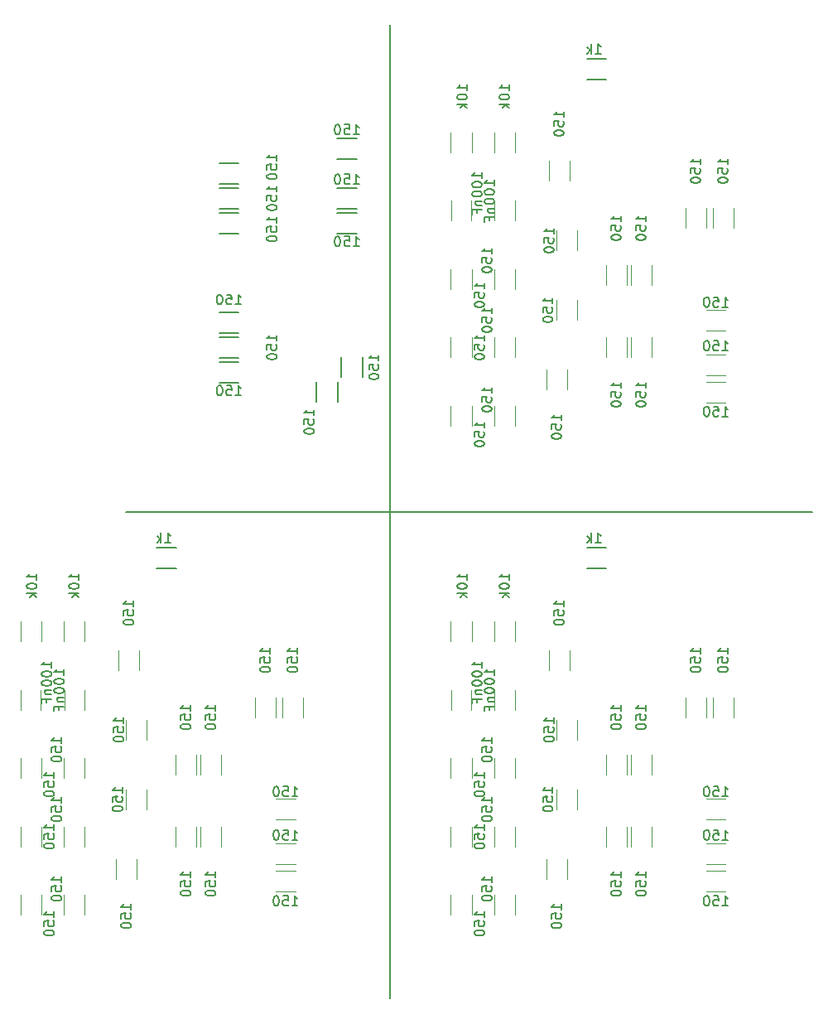
<source format=gbo>
G04 #@! TF.FileFunction,Legend,Bot*
%FSLAX46Y46*%
G04 Gerber Fmt 4.6, Leading zero omitted, Abs format (unit mm)*
G04 Created by KiCad (PCBNEW 4.0.5+dfsg1-4) date Fri Sep 22 17:31:14 2017*
%MOMM*%
%LPD*%
G01*
G04 APERTURE LIST*
%ADD10C,0.100000*%
%ADD11C,0.200000*%
%ADD12C,0.120000*%
%ADD13C,0.150000*%
G04 APERTURE END LIST*
D10*
D11*
X83750000Y-126250000D02*
X83750000Y-26750000D01*
X56750000Y-76500000D02*
X127000000Y-76500000D01*
D12*
X46049300Y-96721300D02*
X46049300Y-94721300D01*
X48089300Y-94721300D02*
X48089300Y-96721300D01*
X50494300Y-96721300D02*
X50494300Y-94721300D01*
X52534300Y-94721300D02*
X52534300Y-96721300D01*
X52584300Y-89736300D02*
X52584300Y-87736300D01*
X50444300Y-87736300D02*
X50444300Y-89736300D01*
X48139300Y-89736300D02*
X48139300Y-87736300D01*
X45999300Y-87736300D02*
X45999300Y-89736300D01*
X45999300Y-101706300D02*
X45999300Y-103706300D01*
X48139300Y-103706300D02*
X48139300Y-101706300D01*
X50444300Y-101706300D02*
X50444300Y-103706300D01*
X52584300Y-103706300D02*
X52584300Y-101706300D01*
X48139300Y-110691300D02*
X48139300Y-108691300D01*
X45999300Y-108691300D02*
X45999300Y-110691300D01*
X52584300Y-110691300D02*
X52584300Y-108691300D01*
X50444300Y-108691300D02*
X50444300Y-110691300D01*
X48139300Y-117676300D02*
X48139300Y-115676300D01*
X45999300Y-115676300D02*
X45999300Y-117676300D01*
X52584300Y-117676300D02*
X52584300Y-115676300D01*
X50444300Y-115676300D02*
X50444300Y-117676300D01*
X64014300Y-103325300D02*
X64014300Y-101325300D01*
X61874300Y-101325300D02*
X61874300Y-103325300D01*
X74936300Y-97483300D02*
X74936300Y-95483300D01*
X72796300Y-95483300D02*
X72796300Y-97483300D01*
X58172300Y-92657300D02*
X58172300Y-90657300D01*
X56032300Y-90657300D02*
X56032300Y-92657300D01*
X72142300Y-97483300D02*
X72142300Y-95483300D01*
X70002300Y-95483300D02*
X70002300Y-97483300D01*
X58934300Y-99769300D02*
X58934300Y-97769300D01*
X56794300Y-97769300D02*
X56794300Y-99769300D01*
X66554300Y-103325300D02*
X66554300Y-101325300D01*
X64414300Y-101325300D02*
X64414300Y-103325300D01*
X56794300Y-104881300D02*
X56794300Y-106881300D01*
X58934300Y-106881300D02*
X58934300Y-104881300D01*
X66554300Y-110691300D02*
X66554300Y-108691300D01*
X64414300Y-108691300D02*
X64414300Y-110691300D01*
X61874300Y-108691300D02*
X61874300Y-110691300D01*
X64014300Y-110691300D02*
X64014300Y-108691300D01*
X74104300Y-110399300D02*
X72104300Y-110399300D01*
X72104300Y-112539300D02*
X74104300Y-112539300D01*
X55778300Y-111993300D02*
X55778300Y-113993300D01*
X57918300Y-113993300D02*
X57918300Y-111993300D01*
X74104300Y-113193300D02*
X72104300Y-113193300D01*
X72104300Y-115333300D02*
X74104300Y-115333300D01*
X72104300Y-107967300D02*
X74104300Y-107967300D01*
X74104300Y-105827300D02*
X72104300Y-105827300D01*
D13*
X59912300Y-82318300D02*
X61912300Y-82318300D01*
X61912300Y-80168300D02*
X59912300Y-80168300D01*
X103912300Y-82318300D02*
X105912300Y-82318300D01*
X105912300Y-80168300D02*
X103912300Y-80168300D01*
D12*
X116104300Y-107967300D02*
X118104300Y-107967300D01*
X118104300Y-105827300D02*
X116104300Y-105827300D01*
X118104300Y-113193300D02*
X116104300Y-113193300D01*
X116104300Y-115333300D02*
X118104300Y-115333300D01*
X99778300Y-111993300D02*
X99778300Y-113993300D01*
X101918300Y-113993300D02*
X101918300Y-111993300D01*
X118104300Y-110399300D02*
X116104300Y-110399300D01*
X116104300Y-112539300D02*
X118104300Y-112539300D01*
X105874300Y-108691300D02*
X105874300Y-110691300D01*
X108014300Y-110691300D02*
X108014300Y-108691300D01*
X110554300Y-110691300D02*
X110554300Y-108691300D01*
X108414300Y-108691300D02*
X108414300Y-110691300D01*
X100794300Y-104881300D02*
X100794300Y-106881300D01*
X102934300Y-106881300D02*
X102934300Y-104881300D01*
X110554300Y-103325300D02*
X110554300Y-101325300D01*
X108414300Y-101325300D02*
X108414300Y-103325300D01*
X102934300Y-99769300D02*
X102934300Y-97769300D01*
X100794300Y-97769300D02*
X100794300Y-99769300D01*
X116142300Y-97483300D02*
X116142300Y-95483300D01*
X114002300Y-95483300D02*
X114002300Y-97483300D01*
X102172300Y-92657300D02*
X102172300Y-90657300D01*
X100032300Y-90657300D02*
X100032300Y-92657300D01*
X118936300Y-97483300D02*
X118936300Y-95483300D01*
X116796300Y-95483300D02*
X116796300Y-97483300D01*
X108014300Y-103325300D02*
X108014300Y-101325300D01*
X105874300Y-101325300D02*
X105874300Y-103325300D01*
X96584300Y-117676300D02*
X96584300Y-115676300D01*
X94444300Y-115676300D02*
X94444300Y-117676300D01*
X92139300Y-117676300D02*
X92139300Y-115676300D01*
X89999300Y-115676300D02*
X89999300Y-117676300D01*
X96584300Y-110691300D02*
X96584300Y-108691300D01*
X94444300Y-108691300D02*
X94444300Y-110691300D01*
X92139300Y-110691300D02*
X92139300Y-108691300D01*
X89999300Y-108691300D02*
X89999300Y-110691300D01*
X94444300Y-101706300D02*
X94444300Y-103706300D01*
X96584300Y-103706300D02*
X96584300Y-101706300D01*
X89999300Y-101706300D02*
X89999300Y-103706300D01*
X92139300Y-103706300D02*
X92139300Y-101706300D01*
X92139300Y-89736300D02*
X92139300Y-87736300D01*
X89999300Y-87736300D02*
X89999300Y-89736300D01*
X96584300Y-89736300D02*
X96584300Y-87736300D01*
X94444300Y-87736300D02*
X94444300Y-89736300D01*
X94494300Y-96721300D02*
X94494300Y-94721300D01*
X96534300Y-94721300D02*
X96534300Y-96721300D01*
X90049300Y-96721300D02*
X90049300Y-94721300D01*
X92089300Y-94721300D02*
X92089300Y-96721300D01*
X90049300Y-46721300D02*
X90049300Y-44721300D01*
X92089300Y-44721300D02*
X92089300Y-46721300D01*
X94494300Y-46721300D02*
X94494300Y-44721300D01*
X96534300Y-44721300D02*
X96534300Y-46721300D01*
X96584300Y-39736300D02*
X96584300Y-37736300D01*
X94444300Y-37736300D02*
X94444300Y-39736300D01*
X92139300Y-39736300D02*
X92139300Y-37736300D01*
X89999300Y-37736300D02*
X89999300Y-39736300D01*
X89999300Y-51706300D02*
X89999300Y-53706300D01*
X92139300Y-53706300D02*
X92139300Y-51706300D01*
X94444300Y-51706300D02*
X94444300Y-53706300D01*
X96584300Y-53706300D02*
X96584300Y-51706300D01*
X92139300Y-60691300D02*
X92139300Y-58691300D01*
X89999300Y-58691300D02*
X89999300Y-60691300D01*
X96584300Y-60691300D02*
X96584300Y-58691300D01*
X94444300Y-58691300D02*
X94444300Y-60691300D01*
X92139300Y-67676300D02*
X92139300Y-65676300D01*
X89999300Y-65676300D02*
X89999300Y-67676300D01*
X96584300Y-67676300D02*
X96584300Y-65676300D01*
X94444300Y-65676300D02*
X94444300Y-67676300D01*
X108014300Y-53325300D02*
X108014300Y-51325300D01*
X105874300Y-51325300D02*
X105874300Y-53325300D01*
X118936300Y-47483300D02*
X118936300Y-45483300D01*
X116796300Y-45483300D02*
X116796300Y-47483300D01*
X102172300Y-42657300D02*
X102172300Y-40657300D01*
X100032300Y-40657300D02*
X100032300Y-42657300D01*
X116142300Y-47483300D02*
X116142300Y-45483300D01*
X114002300Y-45483300D02*
X114002300Y-47483300D01*
X102934300Y-49769300D02*
X102934300Y-47769300D01*
X100794300Y-47769300D02*
X100794300Y-49769300D01*
X110554300Y-53325300D02*
X110554300Y-51325300D01*
X108414300Y-51325300D02*
X108414300Y-53325300D01*
X100794300Y-54881300D02*
X100794300Y-56881300D01*
X102934300Y-56881300D02*
X102934300Y-54881300D01*
X110554300Y-60691300D02*
X110554300Y-58691300D01*
X108414300Y-58691300D02*
X108414300Y-60691300D01*
X105874300Y-58691300D02*
X105874300Y-60691300D01*
X108014300Y-60691300D02*
X108014300Y-58691300D01*
X118104300Y-60399300D02*
X116104300Y-60399300D01*
X116104300Y-62539300D02*
X118104300Y-62539300D01*
X99778300Y-61993300D02*
X99778300Y-63993300D01*
X101918300Y-63993300D02*
X101918300Y-61993300D01*
X118104300Y-63193300D02*
X116104300Y-63193300D01*
X116104300Y-65333300D02*
X118104300Y-65333300D01*
X116104300Y-57967300D02*
X118104300Y-57967300D01*
X118104300Y-55827300D02*
X116104300Y-55827300D01*
D13*
X103912300Y-32318300D02*
X105912300Y-32318300D01*
X105912300Y-30168300D02*
X103912300Y-30168300D01*
X68310000Y-40835000D02*
X66310000Y-40835000D01*
X66310000Y-42985000D02*
X68310000Y-42985000D01*
X68310000Y-43375000D02*
X66310000Y-43375000D01*
X66310000Y-45525000D02*
X68310000Y-45525000D01*
X80375000Y-43375000D02*
X78375000Y-43375000D01*
X78375000Y-45525000D02*
X80375000Y-45525000D01*
X68310000Y-45915000D02*
X66310000Y-45915000D01*
X66310000Y-48065000D02*
X68310000Y-48065000D01*
X80375000Y-45915000D02*
X78375000Y-45915000D01*
X78375000Y-48065000D02*
X80375000Y-48065000D01*
X68310000Y-56075000D02*
X66310000Y-56075000D01*
X66310000Y-58225000D02*
X68310000Y-58225000D01*
X68310000Y-58615000D02*
X66310000Y-58615000D01*
X66310000Y-60765000D02*
X68310000Y-60765000D01*
X80958000Y-62722000D02*
X80958000Y-60722000D01*
X78808000Y-60722000D02*
X78808000Y-62722000D01*
X68310000Y-61155000D02*
X66310000Y-61155000D01*
X66310000Y-63305000D02*
X68310000Y-63305000D01*
X78418000Y-65262000D02*
X78418000Y-63262000D01*
X76268000Y-63262000D02*
X76268000Y-65262000D01*
X80375000Y-38295000D02*
X78375000Y-38295000D01*
X78375000Y-40445000D02*
X80375000Y-40445000D01*
X49172681Y-92395681D02*
X49172681Y-91824252D01*
X49172681Y-92109966D02*
X48172681Y-92109966D01*
X48315538Y-92014728D01*
X48410776Y-91919490D01*
X48458395Y-91824252D01*
X48172681Y-93014728D02*
X48172681Y-93109967D01*
X48220300Y-93205205D01*
X48267919Y-93252824D01*
X48363157Y-93300443D01*
X48553633Y-93348062D01*
X48791729Y-93348062D01*
X48982205Y-93300443D01*
X49077443Y-93252824D01*
X49125062Y-93205205D01*
X49172681Y-93109967D01*
X49172681Y-93014728D01*
X49125062Y-92919490D01*
X49077443Y-92871871D01*
X48982205Y-92824252D01*
X48791729Y-92776633D01*
X48553633Y-92776633D01*
X48363157Y-92824252D01*
X48267919Y-92871871D01*
X48220300Y-92919490D01*
X48172681Y-93014728D01*
X48172681Y-93967109D02*
X48172681Y-94062348D01*
X48220300Y-94157586D01*
X48267919Y-94205205D01*
X48363157Y-94252824D01*
X48553633Y-94300443D01*
X48791729Y-94300443D01*
X48982205Y-94252824D01*
X49077443Y-94205205D01*
X49125062Y-94157586D01*
X49172681Y-94062348D01*
X49172681Y-93967109D01*
X49125062Y-93871871D01*
X49077443Y-93824252D01*
X48982205Y-93776633D01*
X48791729Y-93729014D01*
X48553633Y-93729014D01*
X48363157Y-93776633D01*
X48267919Y-93824252D01*
X48220300Y-93871871D01*
X48172681Y-93967109D01*
X48506014Y-94729014D02*
X49172681Y-94729014D01*
X48601252Y-94729014D02*
X48553633Y-94776633D01*
X48506014Y-94871871D01*
X48506014Y-95014729D01*
X48553633Y-95109967D01*
X48648871Y-95157586D01*
X49172681Y-95157586D01*
X48648871Y-95967110D02*
X48648871Y-95633776D01*
X49172681Y-95633776D02*
X48172681Y-95633776D01*
X48172681Y-96109967D01*
X50442681Y-93157681D02*
X50442681Y-92586252D01*
X50442681Y-92871966D02*
X49442681Y-92871966D01*
X49585538Y-92776728D01*
X49680776Y-92681490D01*
X49728395Y-92586252D01*
X49442681Y-93776728D02*
X49442681Y-93871967D01*
X49490300Y-93967205D01*
X49537919Y-94014824D01*
X49633157Y-94062443D01*
X49823633Y-94110062D01*
X50061729Y-94110062D01*
X50252205Y-94062443D01*
X50347443Y-94014824D01*
X50395062Y-93967205D01*
X50442681Y-93871967D01*
X50442681Y-93776728D01*
X50395062Y-93681490D01*
X50347443Y-93633871D01*
X50252205Y-93586252D01*
X50061729Y-93538633D01*
X49823633Y-93538633D01*
X49633157Y-93586252D01*
X49537919Y-93633871D01*
X49490300Y-93681490D01*
X49442681Y-93776728D01*
X49442681Y-94729109D02*
X49442681Y-94824348D01*
X49490300Y-94919586D01*
X49537919Y-94967205D01*
X49633157Y-95014824D01*
X49823633Y-95062443D01*
X50061729Y-95062443D01*
X50252205Y-95014824D01*
X50347443Y-94967205D01*
X50395062Y-94919586D01*
X50442681Y-94824348D01*
X50442681Y-94729109D01*
X50395062Y-94633871D01*
X50347443Y-94586252D01*
X50252205Y-94538633D01*
X50061729Y-94491014D01*
X49823633Y-94491014D01*
X49633157Y-94538633D01*
X49537919Y-94586252D01*
X49490300Y-94633871D01*
X49442681Y-94729109D01*
X49776014Y-95491014D02*
X50442681Y-95491014D01*
X49871252Y-95491014D02*
X49823633Y-95538633D01*
X49776014Y-95633871D01*
X49776014Y-95776729D01*
X49823633Y-95871967D01*
X49918871Y-95919586D01*
X50442681Y-95919586D01*
X49918871Y-96729110D02*
X49918871Y-96395776D01*
X50442681Y-96395776D02*
X49442681Y-96395776D01*
X49442681Y-96871967D01*
X51966681Y-83442062D02*
X51966681Y-82870633D01*
X51966681Y-83156347D02*
X50966681Y-83156347D01*
X51109538Y-83061109D01*
X51204776Y-82965871D01*
X51252395Y-82870633D01*
X50966681Y-84061109D02*
X50966681Y-84156348D01*
X51014300Y-84251586D01*
X51061919Y-84299205D01*
X51157157Y-84346824D01*
X51347633Y-84394443D01*
X51585729Y-84394443D01*
X51776205Y-84346824D01*
X51871443Y-84299205D01*
X51919062Y-84251586D01*
X51966681Y-84156348D01*
X51966681Y-84061109D01*
X51919062Y-83965871D01*
X51871443Y-83918252D01*
X51776205Y-83870633D01*
X51585729Y-83823014D01*
X51347633Y-83823014D01*
X51157157Y-83870633D01*
X51061919Y-83918252D01*
X51014300Y-83965871D01*
X50966681Y-84061109D01*
X51966681Y-84823014D02*
X50966681Y-84823014D01*
X51585729Y-84918252D02*
X51966681Y-85203967D01*
X51300014Y-85203967D02*
X51680967Y-84823014D01*
X47648681Y-83442062D02*
X47648681Y-82870633D01*
X47648681Y-83156347D02*
X46648681Y-83156347D01*
X46791538Y-83061109D01*
X46886776Y-82965871D01*
X46934395Y-82870633D01*
X46648681Y-84061109D02*
X46648681Y-84156348D01*
X46696300Y-84251586D01*
X46743919Y-84299205D01*
X46839157Y-84346824D01*
X47029633Y-84394443D01*
X47267729Y-84394443D01*
X47458205Y-84346824D01*
X47553443Y-84299205D01*
X47601062Y-84251586D01*
X47648681Y-84156348D01*
X47648681Y-84061109D01*
X47601062Y-83965871D01*
X47553443Y-83918252D01*
X47458205Y-83870633D01*
X47267729Y-83823014D01*
X47029633Y-83823014D01*
X46839157Y-83870633D01*
X46743919Y-83918252D01*
X46696300Y-83965871D01*
X46648681Y-84061109D01*
X47648681Y-84823014D02*
X46648681Y-84823014D01*
X47267729Y-84918252D02*
X47648681Y-85203967D01*
X46982014Y-85203967D02*
X47362967Y-84823014D01*
X49426681Y-103690634D02*
X49426681Y-103119205D01*
X49426681Y-103404919D02*
X48426681Y-103404919D01*
X48569538Y-103309681D01*
X48664776Y-103214443D01*
X48712395Y-103119205D01*
X48426681Y-104595396D02*
X48426681Y-104119205D01*
X48902871Y-104071586D01*
X48855252Y-104119205D01*
X48807633Y-104214443D01*
X48807633Y-104452539D01*
X48855252Y-104547777D01*
X48902871Y-104595396D01*
X48998110Y-104643015D01*
X49236205Y-104643015D01*
X49331443Y-104595396D01*
X49379062Y-104547777D01*
X49426681Y-104452539D01*
X49426681Y-104214443D01*
X49379062Y-104119205D01*
X49331443Y-104071586D01*
X48426681Y-105262062D02*
X48426681Y-105357301D01*
X48474300Y-105452539D01*
X48521919Y-105500158D01*
X48617157Y-105547777D01*
X48807633Y-105595396D01*
X49045729Y-105595396D01*
X49236205Y-105547777D01*
X49331443Y-105500158D01*
X49379062Y-105452539D01*
X49426681Y-105357301D01*
X49426681Y-105262062D01*
X49379062Y-105166824D01*
X49331443Y-105119205D01*
X49236205Y-105071586D01*
X49045729Y-105023967D01*
X48807633Y-105023967D01*
X48617157Y-105071586D01*
X48521919Y-105119205D01*
X48474300Y-105166824D01*
X48426681Y-105262062D01*
X50188681Y-100134634D02*
X50188681Y-99563205D01*
X50188681Y-99848919D02*
X49188681Y-99848919D01*
X49331538Y-99753681D01*
X49426776Y-99658443D01*
X49474395Y-99563205D01*
X49188681Y-101039396D02*
X49188681Y-100563205D01*
X49664871Y-100515586D01*
X49617252Y-100563205D01*
X49569633Y-100658443D01*
X49569633Y-100896539D01*
X49617252Y-100991777D01*
X49664871Y-101039396D01*
X49760110Y-101087015D01*
X49998205Y-101087015D01*
X50093443Y-101039396D01*
X50141062Y-100991777D01*
X50188681Y-100896539D01*
X50188681Y-100658443D01*
X50141062Y-100563205D01*
X50093443Y-100515586D01*
X49188681Y-101706062D02*
X49188681Y-101801301D01*
X49236300Y-101896539D01*
X49283919Y-101944158D01*
X49379157Y-101991777D01*
X49569633Y-102039396D01*
X49807729Y-102039396D01*
X49998205Y-101991777D01*
X50093443Y-101944158D01*
X50141062Y-101896539D01*
X50188681Y-101801301D01*
X50188681Y-101706062D01*
X50141062Y-101610824D01*
X50093443Y-101563205D01*
X49998205Y-101515586D01*
X49807729Y-101467967D01*
X49569633Y-101467967D01*
X49379157Y-101515586D01*
X49283919Y-101563205D01*
X49236300Y-101610824D01*
X49188681Y-101706062D01*
X49421681Y-109024634D02*
X49421681Y-108453205D01*
X49421681Y-108738919D02*
X48421681Y-108738919D01*
X48564538Y-108643681D01*
X48659776Y-108548443D01*
X48707395Y-108453205D01*
X48421681Y-109929396D02*
X48421681Y-109453205D01*
X48897871Y-109405586D01*
X48850252Y-109453205D01*
X48802633Y-109548443D01*
X48802633Y-109786539D01*
X48850252Y-109881777D01*
X48897871Y-109929396D01*
X48993110Y-109977015D01*
X49231205Y-109977015D01*
X49326443Y-109929396D01*
X49374062Y-109881777D01*
X49421681Y-109786539D01*
X49421681Y-109548443D01*
X49374062Y-109453205D01*
X49326443Y-109405586D01*
X48421681Y-110596062D02*
X48421681Y-110691301D01*
X48469300Y-110786539D01*
X48516919Y-110834158D01*
X48612157Y-110881777D01*
X48802633Y-110929396D01*
X49040729Y-110929396D01*
X49231205Y-110881777D01*
X49326443Y-110834158D01*
X49374062Y-110786539D01*
X49421681Y-110691301D01*
X49421681Y-110596062D01*
X49374062Y-110500824D01*
X49326443Y-110453205D01*
X49231205Y-110405586D01*
X49040729Y-110357967D01*
X48802633Y-110357967D01*
X48612157Y-110405586D01*
X48516919Y-110453205D01*
X48469300Y-110500824D01*
X48421681Y-110596062D01*
X50188681Y-106230634D02*
X50188681Y-105659205D01*
X50188681Y-105944919D02*
X49188681Y-105944919D01*
X49331538Y-105849681D01*
X49426776Y-105754443D01*
X49474395Y-105659205D01*
X49188681Y-107135396D02*
X49188681Y-106659205D01*
X49664871Y-106611586D01*
X49617252Y-106659205D01*
X49569633Y-106754443D01*
X49569633Y-106992539D01*
X49617252Y-107087777D01*
X49664871Y-107135396D01*
X49760110Y-107183015D01*
X49998205Y-107183015D01*
X50093443Y-107135396D01*
X50141062Y-107087777D01*
X50188681Y-106992539D01*
X50188681Y-106754443D01*
X50141062Y-106659205D01*
X50093443Y-106611586D01*
X49188681Y-107802062D02*
X49188681Y-107897301D01*
X49236300Y-107992539D01*
X49283919Y-108040158D01*
X49379157Y-108087777D01*
X49569633Y-108135396D01*
X49807729Y-108135396D01*
X49998205Y-108087777D01*
X50093443Y-108040158D01*
X50141062Y-107992539D01*
X50188681Y-107897301D01*
X50188681Y-107802062D01*
X50141062Y-107706824D01*
X50093443Y-107659205D01*
X49998205Y-107611586D01*
X49807729Y-107563967D01*
X49569633Y-107563967D01*
X49379157Y-107611586D01*
X49283919Y-107659205D01*
X49236300Y-107706824D01*
X49188681Y-107802062D01*
X49426681Y-117914634D02*
X49426681Y-117343205D01*
X49426681Y-117628919D02*
X48426681Y-117628919D01*
X48569538Y-117533681D01*
X48664776Y-117438443D01*
X48712395Y-117343205D01*
X48426681Y-118819396D02*
X48426681Y-118343205D01*
X48902871Y-118295586D01*
X48855252Y-118343205D01*
X48807633Y-118438443D01*
X48807633Y-118676539D01*
X48855252Y-118771777D01*
X48902871Y-118819396D01*
X48998110Y-118867015D01*
X49236205Y-118867015D01*
X49331443Y-118819396D01*
X49379062Y-118771777D01*
X49426681Y-118676539D01*
X49426681Y-118438443D01*
X49379062Y-118343205D01*
X49331443Y-118295586D01*
X48426681Y-119486062D02*
X48426681Y-119581301D01*
X48474300Y-119676539D01*
X48521919Y-119724158D01*
X48617157Y-119771777D01*
X48807633Y-119819396D01*
X49045729Y-119819396D01*
X49236205Y-119771777D01*
X49331443Y-119724158D01*
X49379062Y-119676539D01*
X49426681Y-119581301D01*
X49426681Y-119486062D01*
X49379062Y-119390824D01*
X49331443Y-119343205D01*
X49236205Y-119295586D01*
X49045729Y-119247967D01*
X48807633Y-119247967D01*
X48617157Y-119295586D01*
X48521919Y-119343205D01*
X48474300Y-119390824D01*
X48426681Y-119486062D01*
X50188681Y-114358634D02*
X50188681Y-113787205D01*
X50188681Y-114072919D02*
X49188681Y-114072919D01*
X49331538Y-113977681D01*
X49426776Y-113882443D01*
X49474395Y-113787205D01*
X49188681Y-115263396D02*
X49188681Y-114787205D01*
X49664871Y-114739586D01*
X49617252Y-114787205D01*
X49569633Y-114882443D01*
X49569633Y-115120539D01*
X49617252Y-115215777D01*
X49664871Y-115263396D01*
X49760110Y-115311015D01*
X49998205Y-115311015D01*
X50093443Y-115263396D01*
X50141062Y-115215777D01*
X50188681Y-115120539D01*
X50188681Y-114882443D01*
X50141062Y-114787205D01*
X50093443Y-114739586D01*
X49188681Y-115930062D02*
X49188681Y-116025301D01*
X49236300Y-116120539D01*
X49283919Y-116168158D01*
X49379157Y-116215777D01*
X49569633Y-116263396D01*
X49807729Y-116263396D01*
X49998205Y-116215777D01*
X50093443Y-116168158D01*
X50141062Y-116120539D01*
X50188681Y-116025301D01*
X50188681Y-115930062D01*
X50141062Y-115834824D01*
X50093443Y-115787205D01*
X49998205Y-115739586D01*
X49807729Y-115691967D01*
X49569633Y-115691967D01*
X49379157Y-115739586D01*
X49283919Y-115787205D01*
X49236300Y-115834824D01*
X49188681Y-115930062D01*
X63396681Y-96832634D02*
X63396681Y-96261205D01*
X63396681Y-96546919D02*
X62396681Y-96546919D01*
X62539538Y-96451681D01*
X62634776Y-96356443D01*
X62682395Y-96261205D01*
X62396681Y-97737396D02*
X62396681Y-97261205D01*
X62872871Y-97213586D01*
X62825252Y-97261205D01*
X62777633Y-97356443D01*
X62777633Y-97594539D01*
X62825252Y-97689777D01*
X62872871Y-97737396D01*
X62968110Y-97785015D01*
X63206205Y-97785015D01*
X63301443Y-97737396D01*
X63349062Y-97689777D01*
X63396681Y-97594539D01*
X63396681Y-97356443D01*
X63349062Y-97261205D01*
X63301443Y-97213586D01*
X62396681Y-98404062D02*
X62396681Y-98499301D01*
X62444300Y-98594539D01*
X62491919Y-98642158D01*
X62587157Y-98689777D01*
X62777633Y-98737396D01*
X63015729Y-98737396D01*
X63206205Y-98689777D01*
X63301443Y-98642158D01*
X63349062Y-98594539D01*
X63396681Y-98499301D01*
X63396681Y-98404062D01*
X63349062Y-98308824D01*
X63301443Y-98261205D01*
X63206205Y-98213586D01*
X63015729Y-98165967D01*
X62777633Y-98165967D01*
X62587157Y-98213586D01*
X62491919Y-98261205D01*
X62444300Y-98308824D01*
X62396681Y-98404062D01*
X74318681Y-90990634D02*
X74318681Y-90419205D01*
X74318681Y-90704919D02*
X73318681Y-90704919D01*
X73461538Y-90609681D01*
X73556776Y-90514443D01*
X73604395Y-90419205D01*
X73318681Y-91895396D02*
X73318681Y-91419205D01*
X73794871Y-91371586D01*
X73747252Y-91419205D01*
X73699633Y-91514443D01*
X73699633Y-91752539D01*
X73747252Y-91847777D01*
X73794871Y-91895396D01*
X73890110Y-91943015D01*
X74128205Y-91943015D01*
X74223443Y-91895396D01*
X74271062Y-91847777D01*
X74318681Y-91752539D01*
X74318681Y-91514443D01*
X74271062Y-91419205D01*
X74223443Y-91371586D01*
X73318681Y-92562062D02*
X73318681Y-92657301D01*
X73366300Y-92752539D01*
X73413919Y-92800158D01*
X73509157Y-92847777D01*
X73699633Y-92895396D01*
X73937729Y-92895396D01*
X74128205Y-92847777D01*
X74223443Y-92800158D01*
X74271062Y-92752539D01*
X74318681Y-92657301D01*
X74318681Y-92562062D01*
X74271062Y-92466824D01*
X74223443Y-92419205D01*
X74128205Y-92371586D01*
X73937729Y-92323967D01*
X73699633Y-92323967D01*
X73509157Y-92371586D01*
X73413919Y-92419205D01*
X73366300Y-92466824D01*
X73318681Y-92562062D01*
X57554681Y-86164634D02*
X57554681Y-85593205D01*
X57554681Y-85878919D02*
X56554681Y-85878919D01*
X56697538Y-85783681D01*
X56792776Y-85688443D01*
X56840395Y-85593205D01*
X56554681Y-87069396D02*
X56554681Y-86593205D01*
X57030871Y-86545586D01*
X56983252Y-86593205D01*
X56935633Y-86688443D01*
X56935633Y-86926539D01*
X56983252Y-87021777D01*
X57030871Y-87069396D01*
X57126110Y-87117015D01*
X57364205Y-87117015D01*
X57459443Y-87069396D01*
X57507062Y-87021777D01*
X57554681Y-86926539D01*
X57554681Y-86688443D01*
X57507062Y-86593205D01*
X57459443Y-86545586D01*
X56554681Y-87736062D02*
X56554681Y-87831301D01*
X56602300Y-87926539D01*
X56649919Y-87974158D01*
X56745157Y-88021777D01*
X56935633Y-88069396D01*
X57173729Y-88069396D01*
X57364205Y-88021777D01*
X57459443Y-87974158D01*
X57507062Y-87926539D01*
X57554681Y-87831301D01*
X57554681Y-87736062D01*
X57507062Y-87640824D01*
X57459443Y-87593205D01*
X57364205Y-87545586D01*
X57173729Y-87497967D01*
X56935633Y-87497967D01*
X56745157Y-87545586D01*
X56649919Y-87593205D01*
X56602300Y-87640824D01*
X56554681Y-87736062D01*
X71524681Y-90990634D02*
X71524681Y-90419205D01*
X71524681Y-90704919D02*
X70524681Y-90704919D01*
X70667538Y-90609681D01*
X70762776Y-90514443D01*
X70810395Y-90419205D01*
X70524681Y-91895396D02*
X70524681Y-91419205D01*
X71000871Y-91371586D01*
X70953252Y-91419205D01*
X70905633Y-91514443D01*
X70905633Y-91752539D01*
X70953252Y-91847777D01*
X71000871Y-91895396D01*
X71096110Y-91943015D01*
X71334205Y-91943015D01*
X71429443Y-91895396D01*
X71477062Y-91847777D01*
X71524681Y-91752539D01*
X71524681Y-91514443D01*
X71477062Y-91419205D01*
X71429443Y-91371586D01*
X70524681Y-92562062D02*
X70524681Y-92657301D01*
X70572300Y-92752539D01*
X70619919Y-92800158D01*
X70715157Y-92847777D01*
X70905633Y-92895396D01*
X71143729Y-92895396D01*
X71334205Y-92847777D01*
X71429443Y-92800158D01*
X71477062Y-92752539D01*
X71524681Y-92657301D01*
X71524681Y-92562062D01*
X71477062Y-92466824D01*
X71429443Y-92419205D01*
X71334205Y-92371586D01*
X71143729Y-92323967D01*
X70905633Y-92323967D01*
X70715157Y-92371586D01*
X70619919Y-92419205D01*
X70572300Y-92466824D01*
X70524681Y-92562062D01*
X56538681Y-98102634D02*
X56538681Y-97531205D01*
X56538681Y-97816919D02*
X55538681Y-97816919D01*
X55681538Y-97721681D01*
X55776776Y-97626443D01*
X55824395Y-97531205D01*
X55538681Y-99007396D02*
X55538681Y-98531205D01*
X56014871Y-98483586D01*
X55967252Y-98531205D01*
X55919633Y-98626443D01*
X55919633Y-98864539D01*
X55967252Y-98959777D01*
X56014871Y-99007396D01*
X56110110Y-99055015D01*
X56348205Y-99055015D01*
X56443443Y-99007396D01*
X56491062Y-98959777D01*
X56538681Y-98864539D01*
X56538681Y-98626443D01*
X56491062Y-98531205D01*
X56443443Y-98483586D01*
X55538681Y-99674062D02*
X55538681Y-99769301D01*
X55586300Y-99864539D01*
X55633919Y-99912158D01*
X55729157Y-99959777D01*
X55919633Y-100007396D01*
X56157729Y-100007396D01*
X56348205Y-99959777D01*
X56443443Y-99912158D01*
X56491062Y-99864539D01*
X56538681Y-99769301D01*
X56538681Y-99674062D01*
X56491062Y-99578824D01*
X56443443Y-99531205D01*
X56348205Y-99483586D01*
X56157729Y-99435967D01*
X55919633Y-99435967D01*
X55729157Y-99483586D01*
X55633919Y-99531205D01*
X55586300Y-99578824D01*
X55538681Y-99674062D01*
X65936681Y-96832634D02*
X65936681Y-96261205D01*
X65936681Y-96546919D02*
X64936681Y-96546919D01*
X65079538Y-96451681D01*
X65174776Y-96356443D01*
X65222395Y-96261205D01*
X64936681Y-97737396D02*
X64936681Y-97261205D01*
X65412871Y-97213586D01*
X65365252Y-97261205D01*
X65317633Y-97356443D01*
X65317633Y-97594539D01*
X65365252Y-97689777D01*
X65412871Y-97737396D01*
X65508110Y-97785015D01*
X65746205Y-97785015D01*
X65841443Y-97737396D01*
X65889062Y-97689777D01*
X65936681Y-97594539D01*
X65936681Y-97356443D01*
X65889062Y-97261205D01*
X65841443Y-97213586D01*
X64936681Y-98404062D02*
X64936681Y-98499301D01*
X64984300Y-98594539D01*
X65031919Y-98642158D01*
X65127157Y-98689777D01*
X65317633Y-98737396D01*
X65555729Y-98737396D01*
X65746205Y-98689777D01*
X65841443Y-98642158D01*
X65889062Y-98594539D01*
X65936681Y-98499301D01*
X65936681Y-98404062D01*
X65889062Y-98308824D01*
X65841443Y-98261205D01*
X65746205Y-98213586D01*
X65555729Y-98165967D01*
X65317633Y-98165967D01*
X65127157Y-98213586D01*
X65031919Y-98261205D01*
X64984300Y-98308824D01*
X64936681Y-98404062D01*
X56416681Y-105214634D02*
X56416681Y-104643205D01*
X56416681Y-104928919D02*
X55416681Y-104928919D01*
X55559538Y-104833681D01*
X55654776Y-104738443D01*
X55702395Y-104643205D01*
X55416681Y-106119396D02*
X55416681Y-105643205D01*
X55892871Y-105595586D01*
X55845252Y-105643205D01*
X55797633Y-105738443D01*
X55797633Y-105976539D01*
X55845252Y-106071777D01*
X55892871Y-106119396D01*
X55988110Y-106167015D01*
X56226205Y-106167015D01*
X56321443Y-106119396D01*
X56369062Y-106071777D01*
X56416681Y-105976539D01*
X56416681Y-105738443D01*
X56369062Y-105643205D01*
X56321443Y-105595586D01*
X55416681Y-106786062D02*
X55416681Y-106881301D01*
X55464300Y-106976539D01*
X55511919Y-107024158D01*
X55607157Y-107071777D01*
X55797633Y-107119396D01*
X56035729Y-107119396D01*
X56226205Y-107071777D01*
X56321443Y-107024158D01*
X56369062Y-106976539D01*
X56416681Y-106881301D01*
X56416681Y-106786062D01*
X56369062Y-106690824D01*
X56321443Y-106643205D01*
X56226205Y-106595586D01*
X56035729Y-106547967D01*
X55797633Y-106547967D01*
X55607157Y-106595586D01*
X55511919Y-106643205D01*
X55464300Y-106690824D01*
X55416681Y-106786062D01*
X65936681Y-113850634D02*
X65936681Y-113279205D01*
X65936681Y-113564919D02*
X64936681Y-113564919D01*
X65079538Y-113469681D01*
X65174776Y-113374443D01*
X65222395Y-113279205D01*
X64936681Y-114755396D02*
X64936681Y-114279205D01*
X65412871Y-114231586D01*
X65365252Y-114279205D01*
X65317633Y-114374443D01*
X65317633Y-114612539D01*
X65365252Y-114707777D01*
X65412871Y-114755396D01*
X65508110Y-114803015D01*
X65746205Y-114803015D01*
X65841443Y-114755396D01*
X65889062Y-114707777D01*
X65936681Y-114612539D01*
X65936681Y-114374443D01*
X65889062Y-114279205D01*
X65841443Y-114231586D01*
X64936681Y-115422062D02*
X64936681Y-115517301D01*
X64984300Y-115612539D01*
X65031919Y-115660158D01*
X65127157Y-115707777D01*
X65317633Y-115755396D01*
X65555729Y-115755396D01*
X65746205Y-115707777D01*
X65841443Y-115660158D01*
X65889062Y-115612539D01*
X65936681Y-115517301D01*
X65936681Y-115422062D01*
X65889062Y-115326824D01*
X65841443Y-115279205D01*
X65746205Y-115231586D01*
X65555729Y-115183967D01*
X65317633Y-115183967D01*
X65127157Y-115231586D01*
X65031919Y-115279205D01*
X64984300Y-115326824D01*
X64936681Y-115422062D01*
X63396681Y-113850634D02*
X63396681Y-113279205D01*
X63396681Y-113564919D02*
X62396681Y-113564919D01*
X62539538Y-113469681D01*
X62634776Y-113374443D01*
X62682395Y-113279205D01*
X62396681Y-114755396D02*
X62396681Y-114279205D01*
X62872871Y-114231586D01*
X62825252Y-114279205D01*
X62777633Y-114374443D01*
X62777633Y-114612539D01*
X62825252Y-114707777D01*
X62872871Y-114755396D01*
X62968110Y-114803015D01*
X63206205Y-114803015D01*
X63301443Y-114755396D01*
X63349062Y-114707777D01*
X63396681Y-114612539D01*
X63396681Y-114374443D01*
X63349062Y-114279205D01*
X63301443Y-114231586D01*
X62396681Y-115422062D02*
X62396681Y-115517301D01*
X62444300Y-115612539D01*
X62491919Y-115660158D01*
X62587157Y-115707777D01*
X62777633Y-115755396D01*
X63015729Y-115755396D01*
X63206205Y-115707777D01*
X63301443Y-115660158D01*
X63349062Y-115612539D01*
X63396681Y-115517301D01*
X63396681Y-115422062D01*
X63349062Y-115326824D01*
X63301443Y-115279205D01*
X63206205Y-115231586D01*
X63015729Y-115183967D01*
X62777633Y-115183967D01*
X62587157Y-115231586D01*
X62491919Y-115279205D01*
X62444300Y-115326824D01*
X62396681Y-115422062D01*
X73770966Y-110021681D02*
X74342395Y-110021681D01*
X74056681Y-110021681D02*
X74056681Y-109021681D01*
X74151919Y-109164538D01*
X74247157Y-109259776D01*
X74342395Y-109307395D01*
X72866204Y-109021681D02*
X73342395Y-109021681D01*
X73390014Y-109497871D01*
X73342395Y-109450252D01*
X73247157Y-109402633D01*
X73009061Y-109402633D01*
X72913823Y-109450252D01*
X72866204Y-109497871D01*
X72818585Y-109593110D01*
X72818585Y-109831205D01*
X72866204Y-109926443D01*
X72913823Y-109974062D01*
X73009061Y-110021681D01*
X73247157Y-110021681D01*
X73342395Y-109974062D01*
X73390014Y-109926443D01*
X72199538Y-109021681D02*
X72104299Y-109021681D01*
X72009061Y-109069300D01*
X71961442Y-109116919D01*
X71913823Y-109212157D01*
X71866204Y-109402633D01*
X71866204Y-109640729D01*
X71913823Y-109831205D01*
X71961442Y-109926443D01*
X72009061Y-109974062D01*
X72104299Y-110021681D01*
X72199538Y-110021681D01*
X72294776Y-109974062D01*
X72342395Y-109926443D01*
X72390014Y-109831205D01*
X72437633Y-109640729D01*
X72437633Y-109402633D01*
X72390014Y-109212157D01*
X72342395Y-109116919D01*
X72294776Y-109069300D01*
X72199538Y-109021681D01*
X57300681Y-117152634D02*
X57300681Y-116581205D01*
X57300681Y-116866919D02*
X56300681Y-116866919D01*
X56443538Y-116771681D01*
X56538776Y-116676443D01*
X56586395Y-116581205D01*
X56300681Y-118057396D02*
X56300681Y-117581205D01*
X56776871Y-117533586D01*
X56729252Y-117581205D01*
X56681633Y-117676443D01*
X56681633Y-117914539D01*
X56729252Y-118009777D01*
X56776871Y-118057396D01*
X56872110Y-118105015D01*
X57110205Y-118105015D01*
X57205443Y-118057396D01*
X57253062Y-118009777D01*
X57300681Y-117914539D01*
X57300681Y-117676443D01*
X57253062Y-117581205D01*
X57205443Y-117533586D01*
X56300681Y-118724062D02*
X56300681Y-118819301D01*
X56348300Y-118914539D01*
X56395919Y-118962158D01*
X56491157Y-119009777D01*
X56681633Y-119057396D01*
X56919729Y-119057396D01*
X57110205Y-119009777D01*
X57205443Y-118962158D01*
X57253062Y-118914539D01*
X57300681Y-118819301D01*
X57300681Y-118724062D01*
X57253062Y-118628824D01*
X57205443Y-118581205D01*
X57110205Y-118533586D01*
X56919729Y-118485967D01*
X56681633Y-118485967D01*
X56491157Y-118533586D01*
X56395919Y-118581205D01*
X56348300Y-118628824D01*
X56300681Y-118724062D01*
X73770966Y-116747681D02*
X74342395Y-116747681D01*
X74056681Y-116747681D02*
X74056681Y-115747681D01*
X74151919Y-115890538D01*
X74247157Y-115985776D01*
X74342395Y-116033395D01*
X72866204Y-115747681D02*
X73342395Y-115747681D01*
X73390014Y-116223871D01*
X73342395Y-116176252D01*
X73247157Y-116128633D01*
X73009061Y-116128633D01*
X72913823Y-116176252D01*
X72866204Y-116223871D01*
X72818585Y-116319110D01*
X72818585Y-116557205D01*
X72866204Y-116652443D01*
X72913823Y-116700062D01*
X73009061Y-116747681D01*
X73247157Y-116747681D01*
X73342395Y-116700062D01*
X73390014Y-116652443D01*
X72199538Y-115747681D02*
X72104299Y-115747681D01*
X72009061Y-115795300D01*
X71961442Y-115842919D01*
X71913823Y-115938157D01*
X71866204Y-116128633D01*
X71866204Y-116366729D01*
X71913823Y-116557205D01*
X71961442Y-116652443D01*
X72009061Y-116700062D01*
X72104299Y-116747681D01*
X72199538Y-116747681D01*
X72294776Y-116700062D01*
X72342395Y-116652443D01*
X72390014Y-116557205D01*
X72437633Y-116366729D01*
X72437633Y-116128633D01*
X72390014Y-115938157D01*
X72342395Y-115842919D01*
X72294776Y-115795300D01*
X72199538Y-115747681D01*
X73770966Y-105571681D02*
X74342395Y-105571681D01*
X74056681Y-105571681D02*
X74056681Y-104571681D01*
X74151919Y-104714538D01*
X74247157Y-104809776D01*
X74342395Y-104857395D01*
X72866204Y-104571681D02*
X73342395Y-104571681D01*
X73390014Y-105047871D01*
X73342395Y-105000252D01*
X73247157Y-104952633D01*
X73009061Y-104952633D01*
X72913823Y-105000252D01*
X72866204Y-105047871D01*
X72818585Y-105143110D01*
X72818585Y-105381205D01*
X72866204Y-105476443D01*
X72913823Y-105524062D01*
X73009061Y-105571681D01*
X73247157Y-105571681D01*
X73342395Y-105524062D01*
X73390014Y-105476443D01*
X72199538Y-104571681D02*
X72104299Y-104571681D01*
X72009061Y-104619300D01*
X71961442Y-104666919D01*
X71913823Y-104762157D01*
X71866204Y-104952633D01*
X71866204Y-105190729D01*
X71913823Y-105381205D01*
X71961442Y-105476443D01*
X72009061Y-105524062D01*
X72104299Y-105571681D01*
X72199538Y-105571681D01*
X72294776Y-105524062D01*
X72342395Y-105476443D01*
X72390014Y-105381205D01*
X72437633Y-105190729D01*
X72437633Y-104952633D01*
X72390014Y-104762157D01*
X72342395Y-104666919D01*
X72294776Y-104619300D01*
X72199538Y-104571681D01*
X60777347Y-79663681D02*
X61348776Y-79663681D01*
X61063062Y-79663681D02*
X61063062Y-78663681D01*
X61158300Y-78806538D01*
X61253538Y-78901776D01*
X61348776Y-78949395D01*
X60348776Y-79663681D02*
X60348776Y-78663681D01*
X60253538Y-79282729D02*
X59967823Y-79663681D01*
X59967823Y-78997014D02*
X60348776Y-79377967D01*
X104777347Y-79663681D02*
X105348776Y-79663681D01*
X105063062Y-79663681D02*
X105063062Y-78663681D01*
X105158300Y-78806538D01*
X105253538Y-78901776D01*
X105348776Y-78949395D01*
X104348776Y-79663681D02*
X104348776Y-78663681D01*
X104253538Y-79282729D02*
X103967823Y-79663681D01*
X103967823Y-78997014D02*
X104348776Y-79377967D01*
X117770966Y-105571681D02*
X118342395Y-105571681D01*
X118056681Y-105571681D02*
X118056681Y-104571681D01*
X118151919Y-104714538D01*
X118247157Y-104809776D01*
X118342395Y-104857395D01*
X116866204Y-104571681D02*
X117342395Y-104571681D01*
X117390014Y-105047871D01*
X117342395Y-105000252D01*
X117247157Y-104952633D01*
X117009061Y-104952633D01*
X116913823Y-105000252D01*
X116866204Y-105047871D01*
X116818585Y-105143110D01*
X116818585Y-105381205D01*
X116866204Y-105476443D01*
X116913823Y-105524062D01*
X117009061Y-105571681D01*
X117247157Y-105571681D01*
X117342395Y-105524062D01*
X117390014Y-105476443D01*
X116199538Y-104571681D02*
X116104299Y-104571681D01*
X116009061Y-104619300D01*
X115961442Y-104666919D01*
X115913823Y-104762157D01*
X115866204Y-104952633D01*
X115866204Y-105190729D01*
X115913823Y-105381205D01*
X115961442Y-105476443D01*
X116009061Y-105524062D01*
X116104299Y-105571681D01*
X116199538Y-105571681D01*
X116294776Y-105524062D01*
X116342395Y-105476443D01*
X116390014Y-105381205D01*
X116437633Y-105190729D01*
X116437633Y-104952633D01*
X116390014Y-104762157D01*
X116342395Y-104666919D01*
X116294776Y-104619300D01*
X116199538Y-104571681D01*
X117770966Y-116747681D02*
X118342395Y-116747681D01*
X118056681Y-116747681D02*
X118056681Y-115747681D01*
X118151919Y-115890538D01*
X118247157Y-115985776D01*
X118342395Y-116033395D01*
X116866204Y-115747681D02*
X117342395Y-115747681D01*
X117390014Y-116223871D01*
X117342395Y-116176252D01*
X117247157Y-116128633D01*
X117009061Y-116128633D01*
X116913823Y-116176252D01*
X116866204Y-116223871D01*
X116818585Y-116319110D01*
X116818585Y-116557205D01*
X116866204Y-116652443D01*
X116913823Y-116700062D01*
X117009061Y-116747681D01*
X117247157Y-116747681D01*
X117342395Y-116700062D01*
X117390014Y-116652443D01*
X116199538Y-115747681D02*
X116104299Y-115747681D01*
X116009061Y-115795300D01*
X115961442Y-115842919D01*
X115913823Y-115938157D01*
X115866204Y-116128633D01*
X115866204Y-116366729D01*
X115913823Y-116557205D01*
X115961442Y-116652443D01*
X116009061Y-116700062D01*
X116104299Y-116747681D01*
X116199538Y-116747681D01*
X116294776Y-116700062D01*
X116342395Y-116652443D01*
X116390014Y-116557205D01*
X116437633Y-116366729D01*
X116437633Y-116128633D01*
X116390014Y-115938157D01*
X116342395Y-115842919D01*
X116294776Y-115795300D01*
X116199538Y-115747681D01*
X101300681Y-117152634D02*
X101300681Y-116581205D01*
X101300681Y-116866919D02*
X100300681Y-116866919D01*
X100443538Y-116771681D01*
X100538776Y-116676443D01*
X100586395Y-116581205D01*
X100300681Y-118057396D02*
X100300681Y-117581205D01*
X100776871Y-117533586D01*
X100729252Y-117581205D01*
X100681633Y-117676443D01*
X100681633Y-117914539D01*
X100729252Y-118009777D01*
X100776871Y-118057396D01*
X100872110Y-118105015D01*
X101110205Y-118105015D01*
X101205443Y-118057396D01*
X101253062Y-118009777D01*
X101300681Y-117914539D01*
X101300681Y-117676443D01*
X101253062Y-117581205D01*
X101205443Y-117533586D01*
X100300681Y-118724062D02*
X100300681Y-118819301D01*
X100348300Y-118914539D01*
X100395919Y-118962158D01*
X100491157Y-119009777D01*
X100681633Y-119057396D01*
X100919729Y-119057396D01*
X101110205Y-119009777D01*
X101205443Y-118962158D01*
X101253062Y-118914539D01*
X101300681Y-118819301D01*
X101300681Y-118724062D01*
X101253062Y-118628824D01*
X101205443Y-118581205D01*
X101110205Y-118533586D01*
X100919729Y-118485967D01*
X100681633Y-118485967D01*
X100491157Y-118533586D01*
X100395919Y-118581205D01*
X100348300Y-118628824D01*
X100300681Y-118724062D01*
X117770966Y-110021681D02*
X118342395Y-110021681D01*
X118056681Y-110021681D02*
X118056681Y-109021681D01*
X118151919Y-109164538D01*
X118247157Y-109259776D01*
X118342395Y-109307395D01*
X116866204Y-109021681D02*
X117342395Y-109021681D01*
X117390014Y-109497871D01*
X117342395Y-109450252D01*
X117247157Y-109402633D01*
X117009061Y-109402633D01*
X116913823Y-109450252D01*
X116866204Y-109497871D01*
X116818585Y-109593110D01*
X116818585Y-109831205D01*
X116866204Y-109926443D01*
X116913823Y-109974062D01*
X117009061Y-110021681D01*
X117247157Y-110021681D01*
X117342395Y-109974062D01*
X117390014Y-109926443D01*
X116199538Y-109021681D02*
X116104299Y-109021681D01*
X116009061Y-109069300D01*
X115961442Y-109116919D01*
X115913823Y-109212157D01*
X115866204Y-109402633D01*
X115866204Y-109640729D01*
X115913823Y-109831205D01*
X115961442Y-109926443D01*
X116009061Y-109974062D01*
X116104299Y-110021681D01*
X116199538Y-110021681D01*
X116294776Y-109974062D01*
X116342395Y-109926443D01*
X116390014Y-109831205D01*
X116437633Y-109640729D01*
X116437633Y-109402633D01*
X116390014Y-109212157D01*
X116342395Y-109116919D01*
X116294776Y-109069300D01*
X116199538Y-109021681D01*
X107396681Y-113850634D02*
X107396681Y-113279205D01*
X107396681Y-113564919D02*
X106396681Y-113564919D01*
X106539538Y-113469681D01*
X106634776Y-113374443D01*
X106682395Y-113279205D01*
X106396681Y-114755396D02*
X106396681Y-114279205D01*
X106872871Y-114231586D01*
X106825252Y-114279205D01*
X106777633Y-114374443D01*
X106777633Y-114612539D01*
X106825252Y-114707777D01*
X106872871Y-114755396D01*
X106968110Y-114803015D01*
X107206205Y-114803015D01*
X107301443Y-114755396D01*
X107349062Y-114707777D01*
X107396681Y-114612539D01*
X107396681Y-114374443D01*
X107349062Y-114279205D01*
X107301443Y-114231586D01*
X106396681Y-115422062D02*
X106396681Y-115517301D01*
X106444300Y-115612539D01*
X106491919Y-115660158D01*
X106587157Y-115707777D01*
X106777633Y-115755396D01*
X107015729Y-115755396D01*
X107206205Y-115707777D01*
X107301443Y-115660158D01*
X107349062Y-115612539D01*
X107396681Y-115517301D01*
X107396681Y-115422062D01*
X107349062Y-115326824D01*
X107301443Y-115279205D01*
X107206205Y-115231586D01*
X107015729Y-115183967D01*
X106777633Y-115183967D01*
X106587157Y-115231586D01*
X106491919Y-115279205D01*
X106444300Y-115326824D01*
X106396681Y-115422062D01*
X109936681Y-113850634D02*
X109936681Y-113279205D01*
X109936681Y-113564919D02*
X108936681Y-113564919D01*
X109079538Y-113469681D01*
X109174776Y-113374443D01*
X109222395Y-113279205D01*
X108936681Y-114755396D02*
X108936681Y-114279205D01*
X109412871Y-114231586D01*
X109365252Y-114279205D01*
X109317633Y-114374443D01*
X109317633Y-114612539D01*
X109365252Y-114707777D01*
X109412871Y-114755396D01*
X109508110Y-114803015D01*
X109746205Y-114803015D01*
X109841443Y-114755396D01*
X109889062Y-114707777D01*
X109936681Y-114612539D01*
X109936681Y-114374443D01*
X109889062Y-114279205D01*
X109841443Y-114231586D01*
X108936681Y-115422062D02*
X108936681Y-115517301D01*
X108984300Y-115612539D01*
X109031919Y-115660158D01*
X109127157Y-115707777D01*
X109317633Y-115755396D01*
X109555729Y-115755396D01*
X109746205Y-115707777D01*
X109841443Y-115660158D01*
X109889062Y-115612539D01*
X109936681Y-115517301D01*
X109936681Y-115422062D01*
X109889062Y-115326824D01*
X109841443Y-115279205D01*
X109746205Y-115231586D01*
X109555729Y-115183967D01*
X109317633Y-115183967D01*
X109127157Y-115231586D01*
X109031919Y-115279205D01*
X108984300Y-115326824D01*
X108936681Y-115422062D01*
X100416681Y-105214634D02*
X100416681Y-104643205D01*
X100416681Y-104928919D02*
X99416681Y-104928919D01*
X99559538Y-104833681D01*
X99654776Y-104738443D01*
X99702395Y-104643205D01*
X99416681Y-106119396D02*
X99416681Y-105643205D01*
X99892871Y-105595586D01*
X99845252Y-105643205D01*
X99797633Y-105738443D01*
X99797633Y-105976539D01*
X99845252Y-106071777D01*
X99892871Y-106119396D01*
X99988110Y-106167015D01*
X100226205Y-106167015D01*
X100321443Y-106119396D01*
X100369062Y-106071777D01*
X100416681Y-105976539D01*
X100416681Y-105738443D01*
X100369062Y-105643205D01*
X100321443Y-105595586D01*
X99416681Y-106786062D02*
X99416681Y-106881301D01*
X99464300Y-106976539D01*
X99511919Y-107024158D01*
X99607157Y-107071777D01*
X99797633Y-107119396D01*
X100035729Y-107119396D01*
X100226205Y-107071777D01*
X100321443Y-107024158D01*
X100369062Y-106976539D01*
X100416681Y-106881301D01*
X100416681Y-106786062D01*
X100369062Y-106690824D01*
X100321443Y-106643205D01*
X100226205Y-106595586D01*
X100035729Y-106547967D01*
X99797633Y-106547967D01*
X99607157Y-106595586D01*
X99511919Y-106643205D01*
X99464300Y-106690824D01*
X99416681Y-106786062D01*
X109936681Y-96832634D02*
X109936681Y-96261205D01*
X109936681Y-96546919D02*
X108936681Y-96546919D01*
X109079538Y-96451681D01*
X109174776Y-96356443D01*
X109222395Y-96261205D01*
X108936681Y-97737396D02*
X108936681Y-97261205D01*
X109412871Y-97213586D01*
X109365252Y-97261205D01*
X109317633Y-97356443D01*
X109317633Y-97594539D01*
X109365252Y-97689777D01*
X109412871Y-97737396D01*
X109508110Y-97785015D01*
X109746205Y-97785015D01*
X109841443Y-97737396D01*
X109889062Y-97689777D01*
X109936681Y-97594539D01*
X109936681Y-97356443D01*
X109889062Y-97261205D01*
X109841443Y-97213586D01*
X108936681Y-98404062D02*
X108936681Y-98499301D01*
X108984300Y-98594539D01*
X109031919Y-98642158D01*
X109127157Y-98689777D01*
X109317633Y-98737396D01*
X109555729Y-98737396D01*
X109746205Y-98689777D01*
X109841443Y-98642158D01*
X109889062Y-98594539D01*
X109936681Y-98499301D01*
X109936681Y-98404062D01*
X109889062Y-98308824D01*
X109841443Y-98261205D01*
X109746205Y-98213586D01*
X109555729Y-98165967D01*
X109317633Y-98165967D01*
X109127157Y-98213586D01*
X109031919Y-98261205D01*
X108984300Y-98308824D01*
X108936681Y-98404062D01*
X100538681Y-98102634D02*
X100538681Y-97531205D01*
X100538681Y-97816919D02*
X99538681Y-97816919D01*
X99681538Y-97721681D01*
X99776776Y-97626443D01*
X99824395Y-97531205D01*
X99538681Y-99007396D02*
X99538681Y-98531205D01*
X100014871Y-98483586D01*
X99967252Y-98531205D01*
X99919633Y-98626443D01*
X99919633Y-98864539D01*
X99967252Y-98959777D01*
X100014871Y-99007396D01*
X100110110Y-99055015D01*
X100348205Y-99055015D01*
X100443443Y-99007396D01*
X100491062Y-98959777D01*
X100538681Y-98864539D01*
X100538681Y-98626443D01*
X100491062Y-98531205D01*
X100443443Y-98483586D01*
X99538681Y-99674062D02*
X99538681Y-99769301D01*
X99586300Y-99864539D01*
X99633919Y-99912158D01*
X99729157Y-99959777D01*
X99919633Y-100007396D01*
X100157729Y-100007396D01*
X100348205Y-99959777D01*
X100443443Y-99912158D01*
X100491062Y-99864539D01*
X100538681Y-99769301D01*
X100538681Y-99674062D01*
X100491062Y-99578824D01*
X100443443Y-99531205D01*
X100348205Y-99483586D01*
X100157729Y-99435967D01*
X99919633Y-99435967D01*
X99729157Y-99483586D01*
X99633919Y-99531205D01*
X99586300Y-99578824D01*
X99538681Y-99674062D01*
X115524681Y-90990634D02*
X115524681Y-90419205D01*
X115524681Y-90704919D02*
X114524681Y-90704919D01*
X114667538Y-90609681D01*
X114762776Y-90514443D01*
X114810395Y-90419205D01*
X114524681Y-91895396D02*
X114524681Y-91419205D01*
X115000871Y-91371586D01*
X114953252Y-91419205D01*
X114905633Y-91514443D01*
X114905633Y-91752539D01*
X114953252Y-91847777D01*
X115000871Y-91895396D01*
X115096110Y-91943015D01*
X115334205Y-91943015D01*
X115429443Y-91895396D01*
X115477062Y-91847777D01*
X115524681Y-91752539D01*
X115524681Y-91514443D01*
X115477062Y-91419205D01*
X115429443Y-91371586D01*
X114524681Y-92562062D02*
X114524681Y-92657301D01*
X114572300Y-92752539D01*
X114619919Y-92800158D01*
X114715157Y-92847777D01*
X114905633Y-92895396D01*
X115143729Y-92895396D01*
X115334205Y-92847777D01*
X115429443Y-92800158D01*
X115477062Y-92752539D01*
X115524681Y-92657301D01*
X115524681Y-92562062D01*
X115477062Y-92466824D01*
X115429443Y-92419205D01*
X115334205Y-92371586D01*
X115143729Y-92323967D01*
X114905633Y-92323967D01*
X114715157Y-92371586D01*
X114619919Y-92419205D01*
X114572300Y-92466824D01*
X114524681Y-92562062D01*
X101554681Y-86164634D02*
X101554681Y-85593205D01*
X101554681Y-85878919D02*
X100554681Y-85878919D01*
X100697538Y-85783681D01*
X100792776Y-85688443D01*
X100840395Y-85593205D01*
X100554681Y-87069396D02*
X100554681Y-86593205D01*
X101030871Y-86545586D01*
X100983252Y-86593205D01*
X100935633Y-86688443D01*
X100935633Y-86926539D01*
X100983252Y-87021777D01*
X101030871Y-87069396D01*
X101126110Y-87117015D01*
X101364205Y-87117015D01*
X101459443Y-87069396D01*
X101507062Y-87021777D01*
X101554681Y-86926539D01*
X101554681Y-86688443D01*
X101507062Y-86593205D01*
X101459443Y-86545586D01*
X100554681Y-87736062D02*
X100554681Y-87831301D01*
X100602300Y-87926539D01*
X100649919Y-87974158D01*
X100745157Y-88021777D01*
X100935633Y-88069396D01*
X101173729Y-88069396D01*
X101364205Y-88021777D01*
X101459443Y-87974158D01*
X101507062Y-87926539D01*
X101554681Y-87831301D01*
X101554681Y-87736062D01*
X101507062Y-87640824D01*
X101459443Y-87593205D01*
X101364205Y-87545586D01*
X101173729Y-87497967D01*
X100935633Y-87497967D01*
X100745157Y-87545586D01*
X100649919Y-87593205D01*
X100602300Y-87640824D01*
X100554681Y-87736062D01*
X118318681Y-90990634D02*
X118318681Y-90419205D01*
X118318681Y-90704919D02*
X117318681Y-90704919D01*
X117461538Y-90609681D01*
X117556776Y-90514443D01*
X117604395Y-90419205D01*
X117318681Y-91895396D02*
X117318681Y-91419205D01*
X117794871Y-91371586D01*
X117747252Y-91419205D01*
X117699633Y-91514443D01*
X117699633Y-91752539D01*
X117747252Y-91847777D01*
X117794871Y-91895396D01*
X117890110Y-91943015D01*
X118128205Y-91943015D01*
X118223443Y-91895396D01*
X118271062Y-91847777D01*
X118318681Y-91752539D01*
X118318681Y-91514443D01*
X118271062Y-91419205D01*
X118223443Y-91371586D01*
X117318681Y-92562062D02*
X117318681Y-92657301D01*
X117366300Y-92752539D01*
X117413919Y-92800158D01*
X117509157Y-92847777D01*
X117699633Y-92895396D01*
X117937729Y-92895396D01*
X118128205Y-92847777D01*
X118223443Y-92800158D01*
X118271062Y-92752539D01*
X118318681Y-92657301D01*
X118318681Y-92562062D01*
X118271062Y-92466824D01*
X118223443Y-92419205D01*
X118128205Y-92371586D01*
X117937729Y-92323967D01*
X117699633Y-92323967D01*
X117509157Y-92371586D01*
X117413919Y-92419205D01*
X117366300Y-92466824D01*
X117318681Y-92562062D01*
X107396681Y-96832634D02*
X107396681Y-96261205D01*
X107396681Y-96546919D02*
X106396681Y-96546919D01*
X106539538Y-96451681D01*
X106634776Y-96356443D01*
X106682395Y-96261205D01*
X106396681Y-97737396D02*
X106396681Y-97261205D01*
X106872871Y-97213586D01*
X106825252Y-97261205D01*
X106777633Y-97356443D01*
X106777633Y-97594539D01*
X106825252Y-97689777D01*
X106872871Y-97737396D01*
X106968110Y-97785015D01*
X107206205Y-97785015D01*
X107301443Y-97737396D01*
X107349062Y-97689777D01*
X107396681Y-97594539D01*
X107396681Y-97356443D01*
X107349062Y-97261205D01*
X107301443Y-97213586D01*
X106396681Y-98404062D02*
X106396681Y-98499301D01*
X106444300Y-98594539D01*
X106491919Y-98642158D01*
X106587157Y-98689777D01*
X106777633Y-98737396D01*
X107015729Y-98737396D01*
X107206205Y-98689777D01*
X107301443Y-98642158D01*
X107349062Y-98594539D01*
X107396681Y-98499301D01*
X107396681Y-98404062D01*
X107349062Y-98308824D01*
X107301443Y-98261205D01*
X107206205Y-98213586D01*
X107015729Y-98165967D01*
X106777633Y-98165967D01*
X106587157Y-98213586D01*
X106491919Y-98261205D01*
X106444300Y-98308824D01*
X106396681Y-98404062D01*
X94188681Y-114358634D02*
X94188681Y-113787205D01*
X94188681Y-114072919D02*
X93188681Y-114072919D01*
X93331538Y-113977681D01*
X93426776Y-113882443D01*
X93474395Y-113787205D01*
X93188681Y-115263396D02*
X93188681Y-114787205D01*
X93664871Y-114739586D01*
X93617252Y-114787205D01*
X93569633Y-114882443D01*
X93569633Y-115120539D01*
X93617252Y-115215777D01*
X93664871Y-115263396D01*
X93760110Y-115311015D01*
X93998205Y-115311015D01*
X94093443Y-115263396D01*
X94141062Y-115215777D01*
X94188681Y-115120539D01*
X94188681Y-114882443D01*
X94141062Y-114787205D01*
X94093443Y-114739586D01*
X93188681Y-115930062D02*
X93188681Y-116025301D01*
X93236300Y-116120539D01*
X93283919Y-116168158D01*
X93379157Y-116215777D01*
X93569633Y-116263396D01*
X93807729Y-116263396D01*
X93998205Y-116215777D01*
X94093443Y-116168158D01*
X94141062Y-116120539D01*
X94188681Y-116025301D01*
X94188681Y-115930062D01*
X94141062Y-115834824D01*
X94093443Y-115787205D01*
X93998205Y-115739586D01*
X93807729Y-115691967D01*
X93569633Y-115691967D01*
X93379157Y-115739586D01*
X93283919Y-115787205D01*
X93236300Y-115834824D01*
X93188681Y-115930062D01*
X93426681Y-117914634D02*
X93426681Y-117343205D01*
X93426681Y-117628919D02*
X92426681Y-117628919D01*
X92569538Y-117533681D01*
X92664776Y-117438443D01*
X92712395Y-117343205D01*
X92426681Y-118819396D02*
X92426681Y-118343205D01*
X92902871Y-118295586D01*
X92855252Y-118343205D01*
X92807633Y-118438443D01*
X92807633Y-118676539D01*
X92855252Y-118771777D01*
X92902871Y-118819396D01*
X92998110Y-118867015D01*
X93236205Y-118867015D01*
X93331443Y-118819396D01*
X93379062Y-118771777D01*
X93426681Y-118676539D01*
X93426681Y-118438443D01*
X93379062Y-118343205D01*
X93331443Y-118295586D01*
X92426681Y-119486062D02*
X92426681Y-119581301D01*
X92474300Y-119676539D01*
X92521919Y-119724158D01*
X92617157Y-119771777D01*
X92807633Y-119819396D01*
X93045729Y-119819396D01*
X93236205Y-119771777D01*
X93331443Y-119724158D01*
X93379062Y-119676539D01*
X93426681Y-119581301D01*
X93426681Y-119486062D01*
X93379062Y-119390824D01*
X93331443Y-119343205D01*
X93236205Y-119295586D01*
X93045729Y-119247967D01*
X92807633Y-119247967D01*
X92617157Y-119295586D01*
X92521919Y-119343205D01*
X92474300Y-119390824D01*
X92426681Y-119486062D01*
X94188681Y-106230634D02*
X94188681Y-105659205D01*
X94188681Y-105944919D02*
X93188681Y-105944919D01*
X93331538Y-105849681D01*
X93426776Y-105754443D01*
X93474395Y-105659205D01*
X93188681Y-107135396D02*
X93188681Y-106659205D01*
X93664871Y-106611586D01*
X93617252Y-106659205D01*
X93569633Y-106754443D01*
X93569633Y-106992539D01*
X93617252Y-107087777D01*
X93664871Y-107135396D01*
X93760110Y-107183015D01*
X93998205Y-107183015D01*
X94093443Y-107135396D01*
X94141062Y-107087777D01*
X94188681Y-106992539D01*
X94188681Y-106754443D01*
X94141062Y-106659205D01*
X94093443Y-106611586D01*
X93188681Y-107802062D02*
X93188681Y-107897301D01*
X93236300Y-107992539D01*
X93283919Y-108040158D01*
X93379157Y-108087777D01*
X93569633Y-108135396D01*
X93807729Y-108135396D01*
X93998205Y-108087777D01*
X94093443Y-108040158D01*
X94141062Y-107992539D01*
X94188681Y-107897301D01*
X94188681Y-107802062D01*
X94141062Y-107706824D01*
X94093443Y-107659205D01*
X93998205Y-107611586D01*
X93807729Y-107563967D01*
X93569633Y-107563967D01*
X93379157Y-107611586D01*
X93283919Y-107659205D01*
X93236300Y-107706824D01*
X93188681Y-107802062D01*
X93421681Y-109024634D02*
X93421681Y-108453205D01*
X93421681Y-108738919D02*
X92421681Y-108738919D01*
X92564538Y-108643681D01*
X92659776Y-108548443D01*
X92707395Y-108453205D01*
X92421681Y-109929396D02*
X92421681Y-109453205D01*
X92897871Y-109405586D01*
X92850252Y-109453205D01*
X92802633Y-109548443D01*
X92802633Y-109786539D01*
X92850252Y-109881777D01*
X92897871Y-109929396D01*
X92993110Y-109977015D01*
X93231205Y-109977015D01*
X93326443Y-109929396D01*
X93374062Y-109881777D01*
X93421681Y-109786539D01*
X93421681Y-109548443D01*
X93374062Y-109453205D01*
X93326443Y-109405586D01*
X92421681Y-110596062D02*
X92421681Y-110691301D01*
X92469300Y-110786539D01*
X92516919Y-110834158D01*
X92612157Y-110881777D01*
X92802633Y-110929396D01*
X93040729Y-110929396D01*
X93231205Y-110881777D01*
X93326443Y-110834158D01*
X93374062Y-110786539D01*
X93421681Y-110691301D01*
X93421681Y-110596062D01*
X93374062Y-110500824D01*
X93326443Y-110453205D01*
X93231205Y-110405586D01*
X93040729Y-110357967D01*
X92802633Y-110357967D01*
X92612157Y-110405586D01*
X92516919Y-110453205D01*
X92469300Y-110500824D01*
X92421681Y-110596062D01*
X94188681Y-100134634D02*
X94188681Y-99563205D01*
X94188681Y-99848919D02*
X93188681Y-99848919D01*
X93331538Y-99753681D01*
X93426776Y-99658443D01*
X93474395Y-99563205D01*
X93188681Y-101039396D02*
X93188681Y-100563205D01*
X93664871Y-100515586D01*
X93617252Y-100563205D01*
X93569633Y-100658443D01*
X93569633Y-100896539D01*
X93617252Y-100991777D01*
X93664871Y-101039396D01*
X93760110Y-101087015D01*
X93998205Y-101087015D01*
X94093443Y-101039396D01*
X94141062Y-100991777D01*
X94188681Y-100896539D01*
X94188681Y-100658443D01*
X94141062Y-100563205D01*
X94093443Y-100515586D01*
X93188681Y-101706062D02*
X93188681Y-101801301D01*
X93236300Y-101896539D01*
X93283919Y-101944158D01*
X93379157Y-101991777D01*
X93569633Y-102039396D01*
X93807729Y-102039396D01*
X93998205Y-101991777D01*
X94093443Y-101944158D01*
X94141062Y-101896539D01*
X94188681Y-101801301D01*
X94188681Y-101706062D01*
X94141062Y-101610824D01*
X94093443Y-101563205D01*
X93998205Y-101515586D01*
X93807729Y-101467967D01*
X93569633Y-101467967D01*
X93379157Y-101515586D01*
X93283919Y-101563205D01*
X93236300Y-101610824D01*
X93188681Y-101706062D01*
X93426681Y-103690634D02*
X93426681Y-103119205D01*
X93426681Y-103404919D02*
X92426681Y-103404919D01*
X92569538Y-103309681D01*
X92664776Y-103214443D01*
X92712395Y-103119205D01*
X92426681Y-104595396D02*
X92426681Y-104119205D01*
X92902871Y-104071586D01*
X92855252Y-104119205D01*
X92807633Y-104214443D01*
X92807633Y-104452539D01*
X92855252Y-104547777D01*
X92902871Y-104595396D01*
X92998110Y-104643015D01*
X93236205Y-104643015D01*
X93331443Y-104595396D01*
X93379062Y-104547777D01*
X93426681Y-104452539D01*
X93426681Y-104214443D01*
X93379062Y-104119205D01*
X93331443Y-104071586D01*
X92426681Y-105262062D02*
X92426681Y-105357301D01*
X92474300Y-105452539D01*
X92521919Y-105500158D01*
X92617157Y-105547777D01*
X92807633Y-105595396D01*
X93045729Y-105595396D01*
X93236205Y-105547777D01*
X93331443Y-105500158D01*
X93379062Y-105452539D01*
X93426681Y-105357301D01*
X93426681Y-105262062D01*
X93379062Y-105166824D01*
X93331443Y-105119205D01*
X93236205Y-105071586D01*
X93045729Y-105023967D01*
X92807633Y-105023967D01*
X92617157Y-105071586D01*
X92521919Y-105119205D01*
X92474300Y-105166824D01*
X92426681Y-105262062D01*
X91648681Y-83442062D02*
X91648681Y-82870633D01*
X91648681Y-83156347D02*
X90648681Y-83156347D01*
X90791538Y-83061109D01*
X90886776Y-82965871D01*
X90934395Y-82870633D01*
X90648681Y-84061109D02*
X90648681Y-84156348D01*
X90696300Y-84251586D01*
X90743919Y-84299205D01*
X90839157Y-84346824D01*
X91029633Y-84394443D01*
X91267729Y-84394443D01*
X91458205Y-84346824D01*
X91553443Y-84299205D01*
X91601062Y-84251586D01*
X91648681Y-84156348D01*
X91648681Y-84061109D01*
X91601062Y-83965871D01*
X91553443Y-83918252D01*
X91458205Y-83870633D01*
X91267729Y-83823014D01*
X91029633Y-83823014D01*
X90839157Y-83870633D01*
X90743919Y-83918252D01*
X90696300Y-83965871D01*
X90648681Y-84061109D01*
X91648681Y-84823014D02*
X90648681Y-84823014D01*
X91267729Y-84918252D02*
X91648681Y-85203967D01*
X90982014Y-85203967D02*
X91362967Y-84823014D01*
X95966681Y-83442062D02*
X95966681Y-82870633D01*
X95966681Y-83156347D02*
X94966681Y-83156347D01*
X95109538Y-83061109D01*
X95204776Y-82965871D01*
X95252395Y-82870633D01*
X94966681Y-84061109D02*
X94966681Y-84156348D01*
X95014300Y-84251586D01*
X95061919Y-84299205D01*
X95157157Y-84346824D01*
X95347633Y-84394443D01*
X95585729Y-84394443D01*
X95776205Y-84346824D01*
X95871443Y-84299205D01*
X95919062Y-84251586D01*
X95966681Y-84156348D01*
X95966681Y-84061109D01*
X95919062Y-83965871D01*
X95871443Y-83918252D01*
X95776205Y-83870633D01*
X95585729Y-83823014D01*
X95347633Y-83823014D01*
X95157157Y-83870633D01*
X95061919Y-83918252D01*
X95014300Y-83965871D01*
X94966681Y-84061109D01*
X95966681Y-84823014D02*
X94966681Y-84823014D01*
X95585729Y-84918252D02*
X95966681Y-85203967D01*
X95300014Y-85203967D02*
X95680967Y-84823014D01*
X94442681Y-93157681D02*
X94442681Y-92586252D01*
X94442681Y-92871966D02*
X93442681Y-92871966D01*
X93585538Y-92776728D01*
X93680776Y-92681490D01*
X93728395Y-92586252D01*
X93442681Y-93776728D02*
X93442681Y-93871967D01*
X93490300Y-93967205D01*
X93537919Y-94014824D01*
X93633157Y-94062443D01*
X93823633Y-94110062D01*
X94061729Y-94110062D01*
X94252205Y-94062443D01*
X94347443Y-94014824D01*
X94395062Y-93967205D01*
X94442681Y-93871967D01*
X94442681Y-93776728D01*
X94395062Y-93681490D01*
X94347443Y-93633871D01*
X94252205Y-93586252D01*
X94061729Y-93538633D01*
X93823633Y-93538633D01*
X93633157Y-93586252D01*
X93537919Y-93633871D01*
X93490300Y-93681490D01*
X93442681Y-93776728D01*
X93442681Y-94729109D02*
X93442681Y-94824348D01*
X93490300Y-94919586D01*
X93537919Y-94967205D01*
X93633157Y-95014824D01*
X93823633Y-95062443D01*
X94061729Y-95062443D01*
X94252205Y-95014824D01*
X94347443Y-94967205D01*
X94395062Y-94919586D01*
X94442681Y-94824348D01*
X94442681Y-94729109D01*
X94395062Y-94633871D01*
X94347443Y-94586252D01*
X94252205Y-94538633D01*
X94061729Y-94491014D01*
X93823633Y-94491014D01*
X93633157Y-94538633D01*
X93537919Y-94586252D01*
X93490300Y-94633871D01*
X93442681Y-94729109D01*
X93776014Y-95491014D02*
X94442681Y-95491014D01*
X93871252Y-95491014D02*
X93823633Y-95538633D01*
X93776014Y-95633871D01*
X93776014Y-95776729D01*
X93823633Y-95871967D01*
X93918871Y-95919586D01*
X94442681Y-95919586D01*
X93918871Y-96729110D02*
X93918871Y-96395776D01*
X94442681Y-96395776D02*
X93442681Y-96395776D01*
X93442681Y-96871967D01*
X93172681Y-92395681D02*
X93172681Y-91824252D01*
X93172681Y-92109966D02*
X92172681Y-92109966D01*
X92315538Y-92014728D01*
X92410776Y-91919490D01*
X92458395Y-91824252D01*
X92172681Y-93014728D02*
X92172681Y-93109967D01*
X92220300Y-93205205D01*
X92267919Y-93252824D01*
X92363157Y-93300443D01*
X92553633Y-93348062D01*
X92791729Y-93348062D01*
X92982205Y-93300443D01*
X93077443Y-93252824D01*
X93125062Y-93205205D01*
X93172681Y-93109967D01*
X93172681Y-93014728D01*
X93125062Y-92919490D01*
X93077443Y-92871871D01*
X92982205Y-92824252D01*
X92791729Y-92776633D01*
X92553633Y-92776633D01*
X92363157Y-92824252D01*
X92267919Y-92871871D01*
X92220300Y-92919490D01*
X92172681Y-93014728D01*
X92172681Y-93967109D02*
X92172681Y-94062348D01*
X92220300Y-94157586D01*
X92267919Y-94205205D01*
X92363157Y-94252824D01*
X92553633Y-94300443D01*
X92791729Y-94300443D01*
X92982205Y-94252824D01*
X93077443Y-94205205D01*
X93125062Y-94157586D01*
X93172681Y-94062348D01*
X93172681Y-93967109D01*
X93125062Y-93871871D01*
X93077443Y-93824252D01*
X92982205Y-93776633D01*
X92791729Y-93729014D01*
X92553633Y-93729014D01*
X92363157Y-93776633D01*
X92267919Y-93824252D01*
X92220300Y-93871871D01*
X92172681Y-93967109D01*
X92506014Y-94729014D02*
X93172681Y-94729014D01*
X92601252Y-94729014D02*
X92553633Y-94776633D01*
X92506014Y-94871871D01*
X92506014Y-95014729D01*
X92553633Y-95109967D01*
X92648871Y-95157586D01*
X93172681Y-95157586D01*
X92648871Y-95967110D02*
X92648871Y-95633776D01*
X93172681Y-95633776D02*
X92172681Y-95633776D01*
X92172681Y-96109967D01*
X93172681Y-42395681D02*
X93172681Y-41824252D01*
X93172681Y-42109966D02*
X92172681Y-42109966D01*
X92315538Y-42014728D01*
X92410776Y-41919490D01*
X92458395Y-41824252D01*
X92172681Y-43014728D02*
X92172681Y-43109967D01*
X92220300Y-43205205D01*
X92267919Y-43252824D01*
X92363157Y-43300443D01*
X92553633Y-43348062D01*
X92791729Y-43348062D01*
X92982205Y-43300443D01*
X93077443Y-43252824D01*
X93125062Y-43205205D01*
X93172681Y-43109967D01*
X93172681Y-43014728D01*
X93125062Y-42919490D01*
X93077443Y-42871871D01*
X92982205Y-42824252D01*
X92791729Y-42776633D01*
X92553633Y-42776633D01*
X92363157Y-42824252D01*
X92267919Y-42871871D01*
X92220300Y-42919490D01*
X92172681Y-43014728D01*
X92172681Y-43967109D02*
X92172681Y-44062348D01*
X92220300Y-44157586D01*
X92267919Y-44205205D01*
X92363157Y-44252824D01*
X92553633Y-44300443D01*
X92791729Y-44300443D01*
X92982205Y-44252824D01*
X93077443Y-44205205D01*
X93125062Y-44157586D01*
X93172681Y-44062348D01*
X93172681Y-43967109D01*
X93125062Y-43871871D01*
X93077443Y-43824252D01*
X92982205Y-43776633D01*
X92791729Y-43729014D01*
X92553633Y-43729014D01*
X92363157Y-43776633D01*
X92267919Y-43824252D01*
X92220300Y-43871871D01*
X92172681Y-43967109D01*
X92506014Y-44729014D02*
X93172681Y-44729014D01*
X92601252Y-44729014D02*
X92553633Y-44776633D01*
X92506014Y-44871871D01*
X92506014Y-45014729D01*
X92553633Y-45109967D01*
X92648871Y-45157586D01*
X93172681Y-45157586D01*
X92648871Y-45967110D02*
X92648871Y-45633776D01*
X93172681Y-45633776D02*
X92172681Y-45633776D01*
X92172681Y-46109967D01*
X94442681Y-43157681D02*
X94442681Y-42586252D01*
X94442681Y-42871966D02*
X93442681Y-42871966D01*
X93585538Y-42776728D01*
X93680776Y-42681490D01*
X93728395Y-42586252D01*
X93442681Y-43776728D02*
X93442681Y-43871967D01*
X93490300Y-43967205D01*
X93537919Y-44014824D01*
X93633157Y-44062443D01*
X93823633Y-44110062D01*
X94061729Y-44110062D01*
X94252205Y-44062443D01*
X94347443Y-44014824D01*
X94395062Y-43967205D01*
X94442681Y-43871967D01*
X94442681Y-43776728D01*
X94395062Y-43681490D01*
X94347443Y-43633871D01*
X94252205Y-43586252D01*
X94061729Y-43538633D01*
X93823633Y-43538633D01*
X93633157Y-43586252D01*
X93537919Y-43633871D01*
X93490300Y-43681490D01*
X93442681Y-43776728D01*
X93442681Y-44729109D02*
X93442681Y-44824348D01*
X93490300Y-44919586D01*
X93537919Y-44967205D01*
X93633157Y-45014824D01*
X93823633Y-45062443D01*
X94061729Y-45062443D01*
X94252205Y-45014824D01*
X94347443Y-44967205D01*
X94395062Y-44919586D01*
X94442681Y-44824348D01*
X94442681Y-44729109D01*
X94395062Y-44633871D01*
X94347443Y-44586252D01*
X94252205Y-44538633D01*
X94061729Y-44491014D01*
X93823633Y-44491014D01*
X93633157Y-44538633D01*
X93537919Y-44586252D01*
X93490300Y-44633871D01*
X93442681Y-44729109D01*
X93776014Y-45491014D02*
X94442681Y-45491014D01*
X93871252Y-45491014D02*
X93823633Y-45538633D01*
X93776014Y-45633871D01*
X93776014Y-45776729D01*
X93823633Y-45871967D01*
X93918871Y-45919586D01*
X94442681Y-45919586D01*
X93918871Y-46729110D02*
X93918871Y-46395776D01*
X94442681Y-46395776D02*
X93442681Y-46395776D01*
X93442681Y-46871967D01*
X95966681Y-33442062D02*
X95966681Y-32870633D01*
X95966681Y-33156347D02*
X94966681Y-33156347D01*
X95109538Y-33061109D01*
X95204776Y-32965871D01*
X95252395Y-32870633D01*
X94966681Y-34061109D02*
X94966681Y-34156348D01*
X95014300Y-34251586D01*
X95061919Y-34299205D01*
X95157157Y-34346824D01*
X95347633Y-34394443D01*
X95585729Y-34394443D01*
X95776205Y-34346824D01*
X95871443Y-34299205D01*
X95919062Y-34251586D01*
X95966681Y-34156348D01*
X95966681Y-34061109D01*
X95919062Y-33965871D01*
X95871443Y-33918252D01*
X95776205Y-33870633D01*
X95585729Y-33823014D01*
X95347633Y-33823014D01*
X95157157Y-33870633D01*
X95061919Y-33918252D01*
X95014300Y-33965871D01*
X94966681Y-34061109D01*
X95966681Y-34823014D02*
X94966681Y-34823014D01*
X95585729Y-34918252D02*
X95966681Y-35203967D01*
X95300014Y-35203967D02*
X95680967Y-34823014D01*
X91648681Y-33442062D02*
X91648681Y-32870633D01*
X91648681Y-33156347D02*
X90648681Y-33156347D01*
X90791538Y-33061109D01*
X90886776Y-32965871D01*
X90934395Y-32870633D01*
X90648681Y-34061109D02*
X90648681Y-34156348D01*
X90696300Y-34251586D01*
X90743919Y-34299205D01*
X90839157Y-34346824D01*
X91029633Y-34394443D01*
X91267729Y-34394443D01*
X91458205Y-34346824D01*
X91553443Y-34299205D01*
X91601062Y-34251586D01*
X91648681Y-34156348D01*
X91648681Y-34061109D01*
X91601062Y-33965871D01*
X91553443Y-33918252D01*
X91458205Y-33870633D01*
X91267729Y-33823014D01*
X91029633Y-33823014D01*
X90839157Y-33870633D01*
X90743919Y-33918252D01*
X90696300Y-33965871D01*
X90648681Y-34061109D01*
X91648681Y-34823014D02*
X90648681Y-34823014D01*
X91267729Y-34918252D02*
X91648681Y-35203967D01*
X90982014Y-35203967D02*
X91362967Y-34823014D01*
X93426681Y-53690634D02*
X93426681Y-53119205D01*
X93426681Y-53404919D02*
X92426681Y-53404919D01*
X92569538Y-53309681D01*
X92664776Y-53214443D01*
X92712395Y-53119205D01*
X92426681Y-54595396D02*
X92426681Y-54119205D01*
X92902871Y-54071586D01*
X92855252Y-54119205D01*
X92807633Y-54214443D01*
X92807633Y-54452539D01*
X92855252Y-54547777D01*
X92902871Y-54595396D01*
X92998110Y-54643015D01*
X93236205Y-54643015D01*
X93331443Y-54595396D01*
X93379062Y-54547777D01*
X93426681Y-54452539D01*
X93426681Y-54214443D01*
X93379062Y-54119205D01*
X93331443Y-54071586D01*
X92426681Y-55262062D02*
X92426681Y-55357301D01*
X92474300Y-55452539D01*
X92521919Y-55500158D01*
X92617157Y-55547777D01*
X92807633Y-55595396D01*
X93045729Y-55595396D01*
X93236205Y-55547777D01*
X93331443Y-55500158D01*
X93379062Y-55452539D01*
X93426681Y-55357301D01*
X93426681Y-55262062D01*
X93379062Y-55166824D01*
X93331443Y-55119205D01*
X93236205Y-55071586D01*
X93045729Y-55023967D01*
X92807633Y-55023967D01*
X92617157Y-55071586D01*
X92521919Y-55119205D01*
X92474300Y-55166824D01*
X92426681Y-55262062D01*
X94188681Y-50134634D02*
X94188681Y-49563205D01*
X94188681Y-49848919D02*
X93188681Y-49848919D01*
X93331538Y-49753681D01*
X93426776Y-49658443D01*
X93474395Y-49563205D01*
X93188681Y-51039396D02*
X93188681Y-50563205D01*
X93664871Y-50515586D01*
X93617252Y-50563205D01*
X93569633Y-50658443D01*
X93569633Y-50896539D01*
X93617252Y-50991777D01*
X93664871Y-51039396D01*
X93760110Y-51087015D01*
X93998205Y-51087015D01*
X94093443Y-51039396D01*
X94141062Y-50991777D01*
X94188681Y-50896539D01*
X94188681Y-50658443D01*
X94141062Y-50563205D01*
X94093443Y-50515586D01*
X93188681Y-51706062D02*
X93188681Y-51801301D01*
X93236300Y-51896539D01*
X93283919Y-51944158D01*
X93379157Y-51991777D01*
X93569633Y-52039396D01*
X93807729Y-52039396D01*
X93998205Y-51991777D01*
X94093443Y-51944158D01*
X94141062Y-51896539D01*
X94188681Y-51801301D01*
X94188681Y-51706062D01*
X94141062Y-51610824D01*
X94093443Y-51563205D01*
X93998205Y-51515586D01*
X93807729Y-51467967D01*
X93569633Y-51467967D01*
X93379157Y-51515586D01*
X93283919Y-51563205D01*
X93236300Y-51610824D01*
X93188681Y-51706062D01*
X93421681Y-59024634D02*
X93421681Y-58453205D01*
X93421681Y-58738919D02*
X92421681Y-58738919D01*
X92564538Y-58643681D01*
X92659776Y-58548443D01*
X92707395Y-58453205D01*
X92421681Y-59929396D02*
X92421681Y-59453205D01*
X92897871Y-59405586D01*
X92850252Y-59453205D01*
X92802633Y-59548443D01*
X92802633Y-59786539D01*
X92850252Y-59881777D01*
X92897871Y-59929396D01*
X92993110Y-59977015D01*
X93231205Y-59977015D01*
X93326443Y-59929396D01*
X93374062Y-59881777D01*
X93421681Y-59786539D01*
X93421681Y-59548443D01*
X93374062Y-59453205D01*
X93326443Y-59405586D01*
X92421681Y-60596062D02*
X92421681Y-60691301D01*
X92469300Y-60786539D01*
X92516919Y-60834158D01*
X92612157Y-60881777D01*
X92802633Y-60929396D01*
X93040729Y-60929396D01*
X93231205Y-60881777D01*
X93326443Y-60834158D01*
X93374062Y-60786539D01*
X93421681Y-60691301D01*
X93421681Y-60596062D01*
X93374062Y-60500824D01*
X93326443Y-60453205D01*
X93231205Y-60405586D01*
X93040729Y-60357967D01*
X92802633Y-60357967D01*
X92612157Y-60405586D01*
X92516919Y-60453205D01*
X92469300Y-60500824D01*
X92421681Y-60596062D01*
X94188681Y-56230634D02*
X94188681Y-55659205D01*
X94188681Y-55944919D02*
X93188681Y-55944919D01*
X93331538Y-55849681D01*
X93426776Y-55754443D01*
X93474395Y-55659205D01*
X93188681Y-57135396D02*
X93188681Y-56659205D01*
X93664871Y-56611586D01*
X93617252Y-56659205D01*
X93569633Y-56754443D01*
X93569633Y-56992539D01*
X93617252Y-57087777D01*
X93664871Y-57135396D01*
X93760110Y-57183015D01*
X93998205Y-57183015D01*
X94093443Y-57135396D01*
X94141062Y-57087777D01*
X94188681Y-56992539D01*
X94188681Y-56754443D01*
X94141062Y-56659205D01*
X94093443Y-56611586D01*
X93188681Y-57802062D02*
X93188681Y-57897301D01*
X93236300Y-57992539D01*
X93283919Y-58040158D01*
X93379157Y-58087777D01*
X93569633Y-58135396D01*
X93807729Y-58135396D01*
X93998205Y-58087777D01*
X94093443Y-58040158D01*
X94141062Y-57992539D01*
X94188681Y-57897301D01*
X94188681Y-57802062D01*
X94141062Y-57706824D01*
X94093443Y-57659205D01*
X93998205Y-57611586D01*
X93807729Y-57563967D01*
X93569633Y-57563967D01*
X93379157Y-57611586D01*
X93283919Y-57659205D01*
X93236300Y-57706824D01*
X93188681Y-57802062D01*
X93426681Y-67914634D02*
X93426681Y-67343205D01*
X93426681Y-67628919D02*
X92426681Y-67628919D01*
X92569538Y-67533681D01*
X92664776Y-67438443D01*
X92712395Y-67343205D01*
X92426681Y-68819396D02*
X92426681Y-68343205D01*
X92902871Y-68295586D01*
X92855252Y-68343205D01*
X92807633Y-68438443D01*
X92807633Y-68676539D01*
X92855252Y-68771777D01*
X92902871Y-68819396D01*
X92998110Y-68867015D01*
X93236205Y-68867015D01*
X93331443Y-68819396D01*
X93379062Y-68771777D01*
X93426681Y-68676539D01*
X93426681Y-68438443D01*
X93379062Y-68343205D01*
X93331443Y-68295586D01*
X92426681Y-69486062D02*
X92426681Y-69581301D01*
X92474300Y-69676539D01*
X92521919Y-69724158D01*
X92617157Y-69771777D01*
X92807633Y-69819396D01*
X93045729Y-69819396D01*
X93236205Y-69771777D01*
X93331443Y-69724158D01*
X93379062Y-69676539D01*
X93426681Y-69581301D01*
X93426681Y-69486062D01*
X93379062Y-69390824D01*
X93331443Y-69343205D01*
X93236205Y-69295586D01*
X93045729Y-69247967D01*
X92807633Y-69247967D01*
X92617157Y-69295586D01*
X92521919Y-69343205D01*
X92474300Y-69390824D01*
X92426681Y-69486062D01*
X94188681Y-64358634D02*
X94188681Y-63787205D01*
X94188681Y-64072919D02*
X93188681Y-64072919D01*
X93331538Y-63977681D01*
X93426776Y-63882443D01*
X93474395Y-63787205D01*
X93188681Y-65263396D02*
X93188681Y-64787205D01*
X93664871Y-64739586D01*
X93617252Y-64787205D01*
X93569633Y-64882443D01*
X93569633Y-65120539D01*
X93617252Y-65215777D01*
X93664871Y-65263396D01*
X93760110Y-65311015D01*
X93998205Y-65311015D01*
X94093443Y-65263396D01*
X94141062Y-65215777D01*
X94188681Y-65120539D01*
X94188681Y-64882443D01*
X94141062Y-64787205D01*
X94093443Y-64739586D01*
X93188681Y-65930062D02*
X93188681Y-66025301D01*
X93236300Y-66120539D01*
X93283919Y-66168158D01*
X93379157Y-66215777D01*
X93569633Y-66263396D01*
X93807729Y-66263396D01*
X93998205Y-66215777D01*
X94093443Y-66168158D01*
X94141062Y-66120539D01*
X94188681Y-66025301D01*
X94188681Y-65930062D01*
X94141062Y-65834824D01*
X94093443Y-65787205D01*
X93998205Y-65739586D01*
X93807729Y-65691967D01*
X93569633Y-65691967D01*
X93379157Y-65739586D01*
X93283919Y-65787205D01*
X93236300Y-65834824D01*
X93188681Y-65930062D01*
X107396681Y-46832634D02*
X107396681Y-46261205D01*
X107396681Y-46546919D02*
X106396681Y-46546919D01*
X106539538Y-46451681D01*
X106634776Y-46356443D01*
X106682395Y-46261205D01*
X106396681Y-47737396D02*
X106396681Y-47261205D01*
X106872871Y-47213586D01*
X106825252Y-47261205D01*
X106777633Y-47356443D01*
X106777633Y-47594539D01*
X106825252Y-47689777D01*
X106872871Y-47737396D01*
X106968110Y-47785015D01*
X107206205Y-47785015D01*
X107301443Y-47737396D01*
X107349062Y-47689777D01*
X107396681Y-47594539D01*
X107396681Y-47356443D01*
X107349062Y-47261205D01*
X107301443Y-47213586D01*
X106396681Y-48404062D02*
X106396681Y-48499301D01*
X106444300Y-48594539D01*
X106491919Y-48642158D01*
X106587157Y-48689777D01*
X106777633Y-48737396D01*
X107015729Y-48737396D01*
X107206205Y-48689777D01*
X107301443Y-48642158D01*
X107349062Y-48594539D01*
X107396681Y-48499301D01*
X107396681Y-48404062D01*
X107349062Y-48308824D01*
X107301443Y-48261205D01*
X107206205Y-48213586D01*
X107015729Y-48165967D01*
X106777633Y-48165967D01*
X106587157Y-48213586D01*
X106491919Y-48261205D01*
X106444300Y-48308824D01*
X106396681Y-48404062D01*
X118318681Y-40990634D02*
X118318681Y-40419205D01*
X118318681Y-40704919D02*
X117318681Y-40704919D01*
X117461538Y-40609681D01*
X117556776Y-40514443D01*
X117604395Y-40419205D01*
X117318681Y-41895396D02*
X117318681Y-41419205D01*
X117794871Y-41371586D01*
X117747252Y-41419205D01*
X117699633Y-41514443D01*
X117699633Y-41752539D01*
X117747252Y-41847777D01*
X117794871Y-41895396D01*
X117890110Y-41943015D01*
X118128205Y-41943015D01*
X118223443Y-41895396D01*
X118271062Y-41847777D01*
X118318681Y-41752539D01*
X118318681Y-41514443D01*
X118271062Y-41419205D01*
X118223443Y-41371586D01*
X117318681Y-42562062D02*
X117318681Y-42657301D01*
X117366300Y-42752539D01*
X117413919Y-42800158D01*
X117509157Y-42847777D01*
X117699633Y-42895396D01*
X117937729Y-42895396D01*
X118128205Y-42847777D01*
X118223443Y-42800158D01*
X118271062Y-42752539D01*
X118318681Y-42657301D01*
X118318681Y-42562062D01*
X118271062Y-42466824D01*
X118223443Y-42419205D01*
X118128205Y-42371586D01*
X117937729Y-42323967D01*
X117699633Y-42323967D01*
X117509157Y-42371586D01*
X117413919Y-42419205D01*
X117366300Y-42466824D01*
X117318681Y-42562062D01*
X101554681Y-36164634D02*
X101554681Y-35593205D01*
X101554681Y-35878919D02*
X100554681Y-35878919D01*
X100697538Y-35783681D01*
X100792776Y-35688443D01*
X100840395Y-35593205D01*
X100554681Y-37069396D02*
X100554681Y-36593205D01*
X101030871Y-36545586D01*
X100983252Y-36593205D01*
X100935633Y-36688443D01*
X100935633Y-36926539D01*
X100983252Y-37021777D01*
X101030871Y-37069396D01*
X101126110Y-37117015D01*
X101364205Y-37117015D01*
X101459443Y-37069396D01*
X101507062Y-37021777D01*
X101554681Y-36926539D01*
X101554681Y-36688443D01*
X101507062Y-36593205D01*
X101459443Y-36545586D01*
X100554681Y-37736062D02*
X100554681Y-37831301D01*
X100602300Y-37926539D01*
X100649919Y-37974158D01*
X100745157Y-38021777D01*
X100935633Y-38069396D01*
X101173729Y-38069396D01*
X101364205Y-38021777D01*
X101459443Y-37974158D01*
X101507062Y-37926539D01*
X101554681Y-37831301D01*
X101554681Y-37736062D01*
X101507062Y-37640824D01*
X101459443Y-37593205D01*
X101364205Y-37545586D01*
X101173729Y-37497967D01*
X100935633Y-37497967D01*
X100745157Y-37545586D01*
X100649919Y-37593205D01*
X100602300Y-37640824D01*
X100554681Y-37736062D01*
X115524681Y-40990634D02*
X115524681Y-40419205D01*
X115524681Y-40704919D02*
X114524681Y-40704919D01*
X114667538Y-40609681D01*
X114762776Y-40514443D01*
X114810395Y-40419205D01*
X114524681Y-41895396D02*
X114524681Y-41419205D01*
X115000871Y-41371586D01*
X114953252Y-41419205D01*
X114905633Y-41514443D01*
X114905633Y-41752539D01*
X114953252Y-41847777D01*
X115000871Y-41895396D01*
X115096110Y-41943015D01*
X115334205Y-41943015D01*
X115429443Y-41895396D01*
X115477062Y-41847777D01*
X115524681Y-41752539D01*
X115524681Y-41514443D01*
X115477062Y-41419205D01*
X115429443Y-41371586D01*
X114524681Y-42562062D02*
X114524681Y-42657301D01*
X114572300Y-42752539D01*
X114619919Y-42800158D01*
X114715157Y-42847777D01*
X114905633Y-42895396D01*
X115143729Y-42895396D01*
X115334205Y-42847777D01*
X115429443Y-42800158D01*
X115477062Y-42752539D01*
X115524681Y-42657301D01*
X115524681Y-42562062D01*
X115477062Y-42466824D01*
X115429443Y-42419205D01*
X115334205Y-42371586D01*
X115143729Y-42323967D01*
X114905633Y-42323967D01*
X114715157Y-42371586D01*
X114619919Y-42419205D01*
X114572300Y-42466824D01*
X114524681Y-42562062D01*
X100538681Y-48102634D02*
X100538681Y-47531205D01*
X100538681Y-47816919D02*
X99538681Y-47816919D01*
X99681538Y-47721681D01*
X99776776Y-47626443D01*
X99824395Y-47531205D01*
X99538681Y-49007396D02*
X99538681Y-48531205D01*
X100014871Y-48483586D01*
X99967252Y-48531205D01*
X99919633Y-48626443D01*
X99919633Y-48864539D01*
X99967252Y-48959777D01*
X100014871Y-49007396D01*
X100110110Y-49055015D01*
X100348205Y-49055015D01*
X100443443Y-49007396D01*
X100491062Y-48959777D01*
X100538681Y-48864539D01*
X100538681Y-48626443D01*
X100491062Y-48531205D01*
X100443443Y-48483586D01*
X99538681Y-49674062D02*
X99538681Y-49769301D01*
X99586300Y-49864539D01*
X99633919Y-49912158D01*
X99729157Y-49959777D01*
X99919633Y-50007396D01*
X100157729Y-50007396D01*
X100348205Y-49959777D01*
X100443443Y-49912158D01*
X100491062Y-49864539D01*
X100538681Y-49769301D01*
X100538681Y-49674062D01*
X100491062Y-49578824D01*
X100443443Y-49531205D01*
X100348205Y-49483586D01*
X100157729Y-49435967D01*
X99919633Y-49435967D01*
X99729157Y-49483586D01*
X99633919Y-49531205D01*
X99586300Y-49578824D01*
X99538681Y-49674062D01*
X109936681Y-46832634D02*
X109936681Y-46261205D01*
X109936681Y-46546919D02*
X108936681Y-46546919D01*
X109079538Y-46451681D01*
X109174776Y-46356443D01*
X109222395Y-46261205D01*
X108936681Y-47737396D02*
X108936681Y-47261205D01*
X109412871Y-47213586D01*
X109365252Y-47261205D01*
X109317633Y-47356443D01*
X109317633Y-47594539D01*
X109365252Y-47689777D01*
X109412871Y-47737396D01*
X109508110Y-47785015D01*
X109746205Y-47785015D01*
X109841443Y-47737396D01*
X109889062Y-47689777D01*
X109936681Y-47594539D01*
X109936681Y-47356443D01*
X109889062Y-47261205D01*
X109841443Y-47213586D01*
X108936681Y-48404062D02*
X108936681Y-48499301D01*
X108984300Y-48594539D01*
X109031919Y-48642158D01*
X109127157Y-48689777D01*
X109317633Y-48737396D01*
X109555729Y-48737396D01*
X109746205Y-48689777D01*
X109841443Y-48642158D01*
X109889062Y-48594539D01*
X109936681Y-48499301D01*
X109936681Y-48404062D01*
X109889062Y-48308824D01*
X109841443Y-48261205D01*
X109746205Y-48213586D01*
X109555729Y-48165967D01*
X109317633Y-48165967D01*
X109127157Y-48213586D01*
X109031919Y-48261205D01*
X108984300Y-48308824D01*
X108936681Y-48404062D01*
X100416681Y-55214634D02*
X100416681Y-54643205D01*
X100416681Y-54928919D02*
X99416681Y-54928919D01*
X99559538Y-54833681D01*
X99654776Y-54738443D01*
X99702395Y-54643205D01*
X99416681Y-56119396D02*
X99416681Y-55643205D01*
X99892871Y-55595586D01*
X99845252Y-55643205D01*
X99797633Y-55738443D01*
X99797633Y-55976539D01*
X99845252Y-56071777D01*
X99892871Y-56119396D01*
X99988110Y-56167015D01*
X100226205Y-56167015D01*
X100321443Y-56119396D01*
X100369062Y-56071777D01*
X100416681Y-55976539D01*
X100416681Y-55738443D01*
X100369062Y-55643205D01*
X100321443Y-55595586D01*
X99416681Y-56786062D02*
X99416681Y-56881301D01*
X99464300Y-56976539D01*
X99511919Y-57024158D01*
X99607157Y-57071777D01*
X99797633Y-57119396D01*
X100035729Y-57119396D01*
X100226205Y-57071777D01*
X100321443Y-57024158D01*
X100369062Y-56976539D01*
X100416681Y-56881301D01*
X100416681Y-56786062D01*
X100369062Y-56690824D01*
X100321443Y-56643205D01*
X100226205Y-56595586D01*
X100035729Y-56547967D01*
X99797633Y-56547967D01*
X99607157Y-56595586D01*
X99511919Y-56643205D01*
X99464300Y-56690824D01*
X99416681Y-56786062D01*
X109936681Y-63850634D02*
X109936681Y-63279205D01*
X109936681Y-63564919D02*
X108936681Y-63564919D01*
X109079538Y-63469681D01*
X109174776Y-63374443D01*
X109222395Y-63279205D01*
X108936681Y-64755396D02*
X108936681Y-64279205D01*
X109412871Y-64231586D01*
X109365252Y-64279205D01*
X109317633Y-64374443D01*
X109317633Y-64612539D01*
X109365252Y-64707777D01*
X109412871Y-64755396D01*
X109508110Y-64803015D01*
X109746205Y-64803015D01*
X109841443Y-64755396D01*
X109889062Y-64707777D01*
X109936681Y-64612539D01*
X109936681Y-64374443D01*
X109889062Y-64279205D01*
X109841443Y-64231586D01*
X108936681Y-65422062D02*
X108936681Y-65517301D01*
X108984300Y-65612539D01*
X109031919Y-65660158D01*
X109127157Y-65707777D01*
X109317633Y-65755396D01*
X109555729Y-65755396D01*
X109746205Y-65707777D01*
X109841443Y-65660158D01*
X109889062Y-65612539D01*
X109936681Y-65517301D01*
X109936681Y-65422062D01*
X109889062Y-65326824D01*
X109841443Y-65279205D01*
X109746205Y-65231586D01*
X109555729Y-65183967D01*
X109317633Y-65183967D01*
X109127157Y-65231586D01*
X109031919Y-65279205D01*
X108984300Y-65326824D01*
X108936681Y-65422062D01*
X107396681Y-63850634D02*
X107396681Y-63279205D01*
X107396681Y-63564919D02*
X106396681Y-63564919D01*
X106539538Y-63469681D01*
X106634776Y-63374443D01*
X106682395Y-63279205D01*
X106396681Y-64755396D02*
X106396681Y-64279205D01*
X106872871Y-64231586D01*
X106825252Y-64279205D01*
X106777633Y-64374443D01*
X106777633Y-64612539D01*
X106825252Y-64707777D01*
X106872871Y-64755396D01*
X106968110Y-64803015D01*
X107206205Y-64803015D01*
X107301443Y-64755396D01*
X107349062Y-64707777D01*
X107396681Y-64612539D01*
X107396681Y-64374443D01*
X107349062Y-64279205D01*
X107301443Y-64231586D01*
X106396681Y-65422062D02*
X106396681Y-65517301D01*
X106444300Y-65612539D01*
X106491919Y-65660158D01*
X106587157Y-65707777D01*
X106777633Y-65755396D01*
X107015729Y-65755396D01*
X107206205Y-65707777D01*
X107301443Y-65660158D01*
X107349062Y-65612539D01*
X107396681Y-65517301D01*
X107396681Y-65422062D01*
X107349062Y-65326824D01*
X107301443Y-65279205D01*
X107206205Y-65231586D01*
X107015729Y-65183967D01*
X106777633Y-65183967D01*
X106587157Y-65231586D01*
X106491919Y-65279205D01*
X106444300Y-65326824D01*
X106396681Y-65422062D01*
X117770966Y-60021681D02*
X118342395Y-60021681D01*
X118056681Y-60021681D02*
X118056681Y-59021681D01*
X118151919Y-59164538D01*
X118247157Y-59259776D01*
X118342395Y-59307395D01*
X116866204Y-59021681D02*
X117342395Y-59021681D01*
X117390014Y-59497871D01*
X117342395Y-59450252D01*
X117247157Y-59402633D01*
X117009061Y-59402633D01*
X116913823Y-59450252D01*
X116866204Y-59497871D01*
X116818585Y-59593110D01*
X116818585Y-59831205D01*
X116866204Y-59926443D01*
X116913823Y-59974062D01*
X117009061Y-60021681D01*
X117247157Y-60021681D01*
X117342395Y-59974062D01*
X117390014Y-59926443D01*
X116199538Y-59021681D02*
X116104299Y-59021681D01*
X116009061Y-59069300D01*
X115961442Y-59116919D01*
X115913823Y-59212157D01*
X115866204Y-59402633D01*
X115866204Y-59640729D01*
X115913823Y-59831205D01*
X115961442Y-59926443D01*
X116009061Y-59974062D01*
X116104299Y-60021681D01*
X116199538Y-60021681D01*
X116294776Y-59974062D01*
X116342395Y-59926443D01*
X116390014Y-59831205D01*
X116437633Y-59640729D01*
X116437633Y-59402633D01*
X116390014Y-59212157D01*
X116342395Y-59116919D01*
X116294776Y-59069300D01*
X116199538Y-59021681D01*
X101300681Y-67152634D02*
X101300681Y-66581205D01*
X101300681Y-66866919D02*
X100300681Y-66866919D01*
X100443538Y-66771681D01*
X100538776Y-66676443D01*
X100586395Y-66581205D01*
X100300681Y-68057396D02*
X100300681Y-67581205D01*
X100776871Y-67533586D01*
X100729252Y-67581205D01*
X100681633Y-67676443D01*
X100681633Y-67914539D01*
X100729252Y-68009777D01*
X100776871Y-68057396D01*
X100872110Y-68105015D01*
X101110205Y-68105015D01*
X101205443Y-68057396D01*
X101253062Y-68009777D01*
X101300681Y-67914539D01*
X101300681Y-67676443D01*
X101253062Y-67581205D01*
X101205443Y-67533586D01*
X100300681Y-68724062D02*
X100300681Y-68819301D01*
X100348300Y-68914539D01*
X100395919Y-68962158D01*
X100491157Y-69009777D01*
X100681633Y-69057396D01*
X100919729Y-69057396D01*
X101110205Y-69009777D01*
X101205443Y-68962158D01*
X101253062Y-68914539D01*
X101300681Y-68819301D01*
X101300681Y-68724062D01*
X101253062Y-68628824D01*
X101205443Y-68581205D01*
X101110205Y-68533586D01*
X100919729Y-68485967D01*
X100681633Y-68485967D01*
X100491157Y-68533586D01*
X100395919Y-68581205D01*
X100348300Y-68628824D01*
X100300681Y-68724062D01*
X117770966Y-66747681D02*
X118342395Y-66747681D01*
X118056681Y-66747681D02*
X118056681Y-65747681D01*
X118151919Y-65890538D01*
X118247157Y-65985776D01*
X118342395Y-66033395D01*
X116866204Y-65747681D02*
X117342395Y-65747681D01*
X117390014Y-66223871D01*
X117342395Y-66176252D01*
X117247157Y-66128633D01*
X117009061Y-66128633D01*
X116913823Y-66176252D01*
X116866204Y-66223871D01*
X116818585Y-66319110D01*
X116818585Y-66557205D01*
X116866204Y-66652443D01*
X116913823Y-66700062D01*
X117009061Y-66747681D01*
X117247157Y-66747681D01*
X117342395Y-66700062D01*
X117390014Y-66652443D01*
X116199538Y-65747681D02*
X116104299Y-65747681D01*
X116009061Y-65795300D01*
X115961442Y-65842919D01*
X115913823Y-65938157D01*
X115866204Y-66128633D01*
X115866204Y-66366729D01*
X115913823Y-66557205D01*
X115961442Y-66652443D01*
X116009061Y-66700062D01*
X116104299Y-66747681D01*
X116199538Y-66747681D01*
X116294776Y-66700062D01*
X116342395Y-66652443D01*
X116390014Y-66557205D01*
X116437633Y-66366729D01*
X116437633Y-66128633D01*
X116390014Y-65938157D01*
X116342395Y-65842919D01*
X116294776Y-65795300D01*
X116199538Y-65747681D01*
X117770966Y-55571681D02*
X118342395Y-55571681D01*
X118056681Y-55571681D02*
X118056681Y-54571681D01*
X118151919Y-54714538D01*
X118247157Y-54809776D01*
X118342395Y-54857395D01*
X116866204Y-54571681D02*
X117342395Y-54571681D01*
X117390014Y-55047871D01*
X117342395Y-55000252D01*
X117247157Y-54952633D01*
X117009061Y-54952633D01*
X116913823Y-55000252D01*
X116866204Y-55047871D01*
X116818585Y-55143110D01*
X116818585Y-55381205D01*
X116866204Y-55476443D01*
X116913823Y-55524062D01*
X117009061Y-55571681D01*
X117247157Y-55571681D01*
X117342395Y-55524062D01*
X117390014Y-55476443D01*
X116199538Y-54571681D02*
X116104299Y-54571681D01*
X116009061Y-54619300D01*
X115961442Y-54666919D01*
X115913823Y-54762157D01*
X115866204Y-54952633D01*
X115866204Y-55190729D01*
X115913823Y-55381205D01*
X115961442Y-55476443D01*
X116009061Y-55524062D01*
X116104299Y-55571681D01*
X116199538Y-55571681D01*
X116294776Y-55524062D01*
X116342395Y-55476443D01*
X116390014Y-55381205D01*
X116437633Y-55190729D01*
X116437633Y-54952633D01*
X116390014Y-54762157D01*
X116342395Y-54666919D01*
X116294776Y-54619300D01*
X116199538Y-54571681D01*
X104777347Y-29663681D02*
X105348776Y-29663681D01*
X105063062Y-29663681D02*
X105063062Y-28663681D01*
X105158300Y-28806538D01*
X105253538Y-28901776D01*
X105348776Y-28949395D01*
X104348776Y-29663681D02*
X104348776Y-28663681D01*
X104253538Y-29282729D02*
X103967823Y-29663681D01*
X103967823Y-28997014D02*
X104348776Y-29377967D01*
X72207381Y-40608334D02*
X72207381Y-40036905D01*
X72207381Y-40322619D02*
X71207381Y-40322619D01*
X71350238Y-40227381D01*
X71445476Y-40132143D01*
X71493095Y-40036905D01*
X71207381Y-41513096D02*
X71207381Y-41036905D01*
X71683571Y-40989286D01*
X71635952Y-41036905D01*
X71588333Y-41132143D01*
X71588333Y-41370239D01*
X71635952Y-41465477D01*
X71683571Y-41513096D01*
X71778810Y-41560715D01*
X72016905Y-41560715D01*
X72112143Y-41513096D01*
X72159762Y-41465477D01*
X72207381Y-41370239D01*
X72207381Y-41132143D01*
X72159762Y-41036905D01*
X72112143Y-40989286D01*
X71207381Y-42179762D02*
X71207381Y-42275001D01*
X71255000Y-42370239D01*
X71302619Y-42417858D01*
X71397857Y-42465477D01*
X71588333Y-42513096D01*
X71826429Y-42513096D01*
X72016905Y-42465477D01*
X72112143Y-42417858D01*
X72159762Y-42370239D01*
X72207381Y-42275001D01*
X72207381Y-42179762D01*
X72159762Y-42084524D01*
X72112143Y-42036905D01*
X72016905Y-41989286D01*
X71826429Y-41941667D01*
X71588333Y-41941667D01*
X71397857Y-41989286D01*
X71302619Y-42036905D01*
X71255000Y-42084524D01*
X71207381Y-42179762D01*
X72207381Y-43783334D02*
X72207381Y-43211905D01*
X72207381Y-43497619D02*
X71207381Y-43497619D01*
X71350238Y-43402381D01*
X71445476Y-43307143D01*
X71493095Y-43211905D01*
X71207381Y-44688096D02*
X71207381Y-44211905D01*
X71683571Y-44164286D01*
X71635952Y-44211905D01*
X71588333Y-44307143D01*
X71588333Y-44545239D01*
X71635952Y-44640477D01*
X71683571Y-44688096D01*
X71778810Y-44735715D01*
X72016905Y-44735715D01*
X72112143Y-44688096D01*
X72159762Y-44640477D01*
X72207381Y-44545239D01*
X72207381Y-44307143D01*
X72159762Y-44211905D01*
X72112143Y-44164286D01*
X71207381Y-45354762D02*
X71207381Y-45450001D01*
X71255000Y-45545239D01*
X71302619Y-45592858D01*
X71397857Y-45640477D01*
X71588333Y-45688096D01*
X71826429Y-45688096D01*
X72016905Y-45640477D01*
X72112143Y-45592858D01*
X72159762Y-45545239D01*
X72207381Y-45450001D01*
X72207381Y-45354762D01*
X72159762Y-45259524D01*
X72112143Y-45211905D01*
X72016905Y-45164286D01*
X71826429Y-45116667D01*
X71588333Y-45116667D01*
X71397857Y-45164286D01*
X71302619Y-45211905D01*
X71255000Y-45259524D01*
X71207381Y-45354762D01*
X80041666Y-42997381D02*
X80613095Y-42997381D01*
X80327381Y-42997381D02*
X80327381Y-41997381D01*
X80422619Y-42140238D01*
X80517857Y-42235476D01*
X80613095Y-42283095D01*
X79136904Y-41997381D02*
X79613095Y-41997381D01*
X79660714Y-42473571D01*
X79613095Y-42425952D01*
X79517857Y-42378333D01*
X79279761Y-42378333D01*
X79184523Y-42425952D01*
X79136904Y-42473571D01*
X79089285Y-42568810D01*
X79089285Y-42806905D01*
X79136904Y-42902143D01*
X79184523Y-42949762D01*
X79279761Y-42997381D01*
X79517857Y-42997381D01*
X79613095Y-42949762D01*
X79660714Y-42902143D01*
X78470238Y-41997381D02*
X78374999Y-41997381D01*
X78279761Y-42045000D01*
X78232142Y-42092619D01*
X78184523Y-42187857D01*
X78136904Y-42378333D01*
X78136904Y-42616429D01*
X78184523Y-42806905D01*
X78232142Y-42902143D01*
X78279761Y-42949762D01*
X78374999Y-42997381D01*
X78470238Y-42997381D01*
X78565476Y-42949762D01*
X78613095Y-42902143D01*
X78660714Y-42806905D01*
X78708333Y-42616429D01*
X78708333Y-42378333D01*
X78660714Y-42187857D01*
X78613095Y-42092619D01*
X78565476Y-42045000D01*
X78470238Y-41997381D01*
X72207381Y-46958334D02*
X72207381Y-46386905D01*
X72207381Y-46672619D02*
X71207381Y-46672619D01*
X71350238Y-46577381D01*
X71445476Y-46482143D01*
X71493095Y-46386905D01*
X71207381Y-47863096D02*
X71207381Y-47386905D01*
X71683571Y-47339286D01*
X71635952Y-47386905D01*
X71588333Y-47482143D01*
X71588333Y-47720239D01*
X71635952Y-47815477D01*
X71683571Y-47863096D01*
X71778810Y-47910715D01*
X72016905Y-47910715D01*
X72112143Y-47863096D01*
X72159762Y-47815477D01*
X72207381Y-47720239D01*
X72207381Y-47482143D01*
X72159762Y-47386905D01*
X72112143Y-47339286D01*
X71207381Y-48529762D02*
X71207381Y-48625001D01*
X71255000Y-48720239D01*
X71302619Y-48767858D01*
X71397857Y-48815477D01*
X71588333Y-48863096D01*
X71826429Y-48863096D01*
X72016905Y-48815477D01*
X72112143Y-48767858D01*
X72159762Y-48720239D01*
X72207381Y-48625001D01*
X72207381Y-48529762D01*
X72159762Y-48434524D01*
X72112143Y-48386905D01*
X72016905Y-48339286D01*
X71826429Y-48291667D01*
X71588333Y-48291667D01*
X71397857Y-48339286D01*
X71302619Y-48386905D01*
X71255000Y-48434524D01*
X71207381Y-48529762D01*
X80041666Y-49347381D02*
X80613095Y-49347381D01*
X80327381Y-49347381D02*
X80327381Y-48347381D01*
X80422619Y-48490238D01*
X80517857Y-48585476D01*
X80613095Y-48633095D01*
X79136904Y-48347381D02*
X79613095Y-48347381D01*
X79660714Y-48823571D01*
X79613095Y-48775952D01*
X79517857Y-48728333D01*
X79279761Y-48728333D01*
X79184523Y-48775952D01*
X79136904Y-48823571D01*
X79089285Y-48918810D01*
X79089285Y-49156905D01*
X79136904Y-49252143D01*
X79184523Y-49299762D01*
X79279761Y-49347381D01*
X79517857Y-49347381D01*
X79613095Y-49299762D01*
X79660714Y-49252143D01*
X78470238Y-48347381D02*
X78374999Y-48347381D01*
X78279761Y-48395000D01*
X78232142Y-48442619D01*
X78184523Y-48537857D01*
X78136904Y-48728333D01*
X78136904Y-48966429D01*
X78184523Y-49156905D01*
X78232142Y-49252143D01*
X78279761Y-49299762D01*
X78374999Y-49347381D01*
X78470238Y-49347381D01*
X78565476Y-49299762D01*
X78613095Y-49252143D01*
X78660714Y-49156905D01*
X78708333Y-48966429D01*
X78708333Y-48728333D01*
X78660714Y-48537857D01*
X78613095Y-48442619D01*
X78565476Y-48395000D01*
X78470238Y-48347381D01*
X67976666Y-55302381D02*
X68548095Y-55302381D01*
X68262381Y-55302381D02*
X68262381Y-54302381D01*
X68357619Y-54445238D01*
X68452857Y-54540476D01*
X68548095Y-54588095D01*
X67071904Y-54302381D02*
X67548095Y-54302381D01*
X67595714Y-54778571D01*
X67548095Y-54730952D01*
X67452857Y-54683333D01*
X67214761Y-54683333D01*
X67119523Y-54730952D01*
X67071904Y-54778571D01*
X67024285Y-54873810D01*
X67024285Y-55111905D01*
X67071904Y-55207143D01*
X67119523Y-55254762D01*
X67214761Y-55302381D01*
X67452857Y-55302381D01*
X67548095Y-55254762D01*
X67595714Y-55207143D01*
X66405238Y-54302381D02*
X66309999Y-54302381D01*
X66214761Y-54350000D01*
X66167142Y-54397619D01*
X66119523Y-54492857D01*
X66071904Y-54683333D01*
X66071904Y-54921429D01*
X66119523Y-55111905D01*
X66167142Y-55207143D01*
X66214761Y-55254762D01*
X66309999Y-55302381D01*
X66405238Y-55302381D01*
X66500476Y-55254762D01*
X66548095Y-55207143D01*
X66595714Y-55111905D01*
X66643333Y-54921429D01*
X66643333Y-54683333D01*
X66595714Y-54492857D01*
X66548095Y-54397619D01*
X66500476Y-54350000D01*
X66405238Y-54302381D01*
X72207381Y-59023334D02*
X72207381Y-58451905D01*
X72207381Y-58737619D02*
X71207381Y-58737619D01*
X71350238Y-58642381D01*
X71445476Y-58547143D01*
X71493095Y-58451905D01*
X71207381Y-59928096D02*
X71207381Y-59451905D01*
X71683571Y-59404286D01*
X71635952Y-59451905D01*
X71588333Y-59547143D01*
X71588333Y-59785239D01*
X71635952Y-59880477D01*
X71683571Y-59928096D01*
X71778810Y-59975715D01*
X72016905Y-59975715D01*
X72112143Y-59928096D01*
X72159762Y-59880477D01*
X72207381Y-59785239D01*
X72207381Y-59547143D01*
X72159762Y-59451905D01*
X72112143Y-59404286D01*
X71207381Y-60594762D02*
X71207381Y-60690001D01*
X71255000Y-60785239D01*
X71302619Y-60832858D01*
X71397857Y-60880477D01*
X71588333Y-60928096D01*
X71826429Y-60928096D01*
X72016905Y-60880477D01*
X72112143Y-60832858D01*
X72159762Y-60785239D01*
X72207381Y-60690001D01*
X72207381Y-60594762D01*
X72159762Y-60499524D01*
X72112143Y-60451905D01*
X72016905Y-60404286D01*
X71826429Y-60356667D01*
X71588333Y-60356667D01*
X71397857Y-60404286D01*
X71302619Y-60451905D01*
X71255000Y-60499524D01*
X71207381Y-60594762D01*
X82635381Y-61055334D02*
X82635381Y-60483905D01*
X82635381Y-60769619D02*
X81635381Y-60769619D01*
X81778238Y-60674381D01*
X81873476Y-60579143D01*
X81921095Y-60483905D01*
X81635381Y-61960096D02*
X81635381Y-61483905D01*
X82111571Y-61436286D01*
X82063952Y-61483905D01*
X82016333Y-61579143D01*
X82016333Y-61817239D01*
X82063952Y-61912477D01*
X82111571Y-61960096D01*
X82206810Y-62007715D01*
X82444905Y-62007715D01*
X82540143Y-61960096D01*
X82587762Y-61912477D01*
X82635381Y-61817239D01*
X82635381Y-61579143D01*
X82587762Y-61483905D01*
X82540143Y-61436286D01*
X81635381Y-62626762D02*
X81635381Y-62722001D01*
X81683000Y-62817239D01*
X81730619Y-62864858D01*
X81825857Y-62912477D01*
X82016333Y-62960096D01*
X82254429Y-62960096D01*
X82444905Y-62912477D01*
X82540143Y-62864858D01*
X82587762Y-62817239D01*
X82635381Y-62722001D01*
X82635381Y-62626762D01*
X82587762Y-62531524D01*
X82540143Y-62483905D01*
X82444905Y-62436286D01*
X82254429Y-62388667D01*
X82016333Y-62388667D01*
X81825857Y-62436286D01*
X81730619Y-62483905D01*
X81683000Y-62531524D01*
X81635381Y-62626762D01*
X67976666Y-64587381D02*
X68548095Y-64587381D01*
X68262381Y-64587381D02*
X68262381Y-63587381D01*
X68357619Y-63730238D01*
X68452857Y-63825476D01*
X68548095Y-63873095D01*
X67071904Y-63587381D02*
X67548095Y-63587381D01*
X67595714Y-64063571D01*
X67548095Y-64015952D01*
X67452857Y-63968333D01*
X67214761Y-63968333D01*
X67119523Y-64015952D01*
X67071904Y-64063571D01*
X67024285Y-64158810D01*
X67024285Y-64396905D01*
X67071904Y-64492143D01*
X67119523Y-64539762D01*
X67214761Y-64587381D01*
X67452857Y-64587381D01*
X67548095Y-64539762D01*
X67595714Y-64492143D01*
X66405238Y-63587381D02*
X66309999Y-63587381D01*
X66214761Y-63635000D01*
X66167142Y-63682619D01*
X66119523Y-63777857D01*
X66071904Y-63968333D01*
X66071904Y-64206429D01*
X66119523Y-64396905D01*
X66167142Y-64492143D01*
X66214761Y-64539762D01*
X66309999Y-64587381D01*
X66405238Y-64587381D01*
X66500476Y-64539762D01*
X66548095Y-64492143D01*
X66595714Y-64396905D01*
X66643333Y-64206429D01*
X66643333Y-63968333D01*
X66595714Y-63777857D01*
X66548095Y-63682619D01*
X66500476Y-63635000D01*
X66405238Y-63587381D01*
X76017381Y-66643334D02*
X76017381Y-66071905D01*
X76017381Y-66357619D02*
X75017381Y-66357619D01*
X75160238Y-66262381D01*
X75255476Y-66167143D01*
X75303095Y-66071905D01*
X75017381Y-67548096D02*
X75017381Y-67071905D01*
X75493571Y-67024286D01*
X75445952Y-67071905D01*
X75398333Y-67167143D01*
X75398333Y-67405239D01*
X75445952Y-67500477D01*
X75493571Y-67548096D01*
X75588810Y-67595715D01*
X75826905Y-67595715D01*
X75922143Y-67548096D01*
X75969762Y-67500477D01*
X76017381Y-67405239D01*
X76017381Y-67167143D01*
X75969762Y-67071905D01*
X75922143Y-67024286D01*
X75017381Y-68214762D02*
X75017381Y-68310001D01*
X75065000Y-68405239D01*
X75112619Y-68452858D01*
X75207857Y-68500477D01*
X75398333Y-68548096D01*
X75636429Y-68548096D01*
X75826905Y-68500477D01*
X75922143Y-68452858D01*
X75969762Y-68405239D01*
X76017381Y-68310001D01*
X76017381Y-68214762D01*
X75969762Y-68119524D01*
X75922143Y-68071905D01*
X75826905Y-68024286D01*
X75636429Y-67976667D01*
X75398333Y-67976667D01*
X75207857Y-68024286D01*
X75112619Y-68071905D01*
X75065000Y-68119524D01*
X75017381Y-68214762D01*
X80041666Y-37917381D02*
X80613095Y-37917381D01*
X80327381Y-37917381D02*
X80327381Y-36917381D01*
X80422619Y-37060238D01*
X80517857Y-37155476D01*
X80613095Y-37203095D01*
X79136904Y-36917381D02*
X79613095Y-36917381D01*
X79660714Y-37393571D01*
X79613095Y-37345952D01*
X79517857Y-37298333D01*
X79279761Y-37298333D01*
X79184523Y-37345952D01*
X79136904Y-37393571D01*
X79089285Y-37488810D01*
X79089285Y-37726905D01*
X79136904Y-37822143D01*
X79184523Y-37869762D01*
X79279761Y-37917381D01*
X79517857Y-37917381D01*
X79613095Y-37869762D01*
X79660714Y-37822143D01*
X78470238Y-36917381D02*
X78374999Y-36917381D01*
X78279761Y-36965000D01*
X78232142Y-37012619D01*
X78184523Y-37107857D01*
X78136904Y-37298333D01*
X78136904Y-37536429D01*
X78184523Y-37726905D01*
X78232142Y-37822143D01*
X78279761Y-37869762D01*
X78374999Y-37917381D01*
X78470238Y-37917381D01*
X78565476Y-37869762D01*
X78613095Y-37822143D01*
X78660714Y-37726905D01*
X78708333Y-37536429D01*
X78708333Y-37298333D01*
X78660714Y-37107857D01*
X78613095Y-37012619D01*
X78565476Y-36965000D01*
X78470238Y-36917381D01*
M02*

</source>
